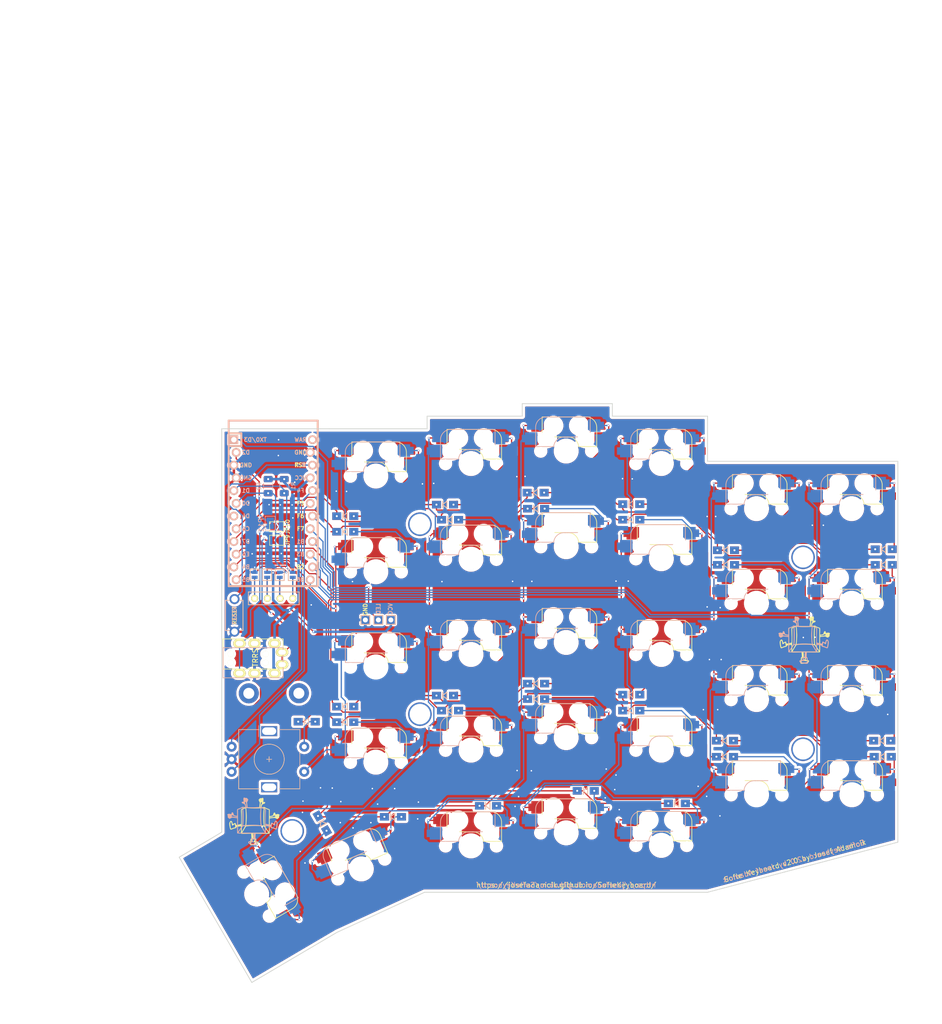
<source format=kicad_pcb>
(kicad_pcb (version 20221018) (generator pcbnew)
  (layers (0 "F.Cu" signal) (31 "B.Cu" signal) (34 "B.Paste" user) (35 "F.Paste" user) (36 "B.SilkS" user "B.Silkscreen") (37 "F.SilkS" user "F.Silkscreen") (38 "B.Mask" user) (39 "F.Mask" user) (44 "Edge.Cuts" user))
  (net 0 "")
  (net 1 "Net-(D1-Pad2)")
  (net 2 "row4")
  (net 3 "Net-(D2-Pad2)")
  (net 4 "Net-(D3-Pad2)")
  (net 5 "row0")
  (net 6 "Net-(D4-Pad2)")
  (net 7 "row1")
  (net 8 "Net-(D5-Pad2)")
  (net 9 "row2")
  (net 10 "Net-(D6-Pad2)")
  (net 11 "row3")
  (net 12 "Net-(D7-Pad2)")
  (net 13 "Net-(D8-Pad2)")
  (net 14 "Net-(D9-Pad2)")
  (net 15 "Net-(D10-Pad2)")
  (net 16 "Net-(D11-Pad2)")
  (net 17 "Net-(D12-Pad2)")
  (net 18 "Net-(D13-Pad2)")
  (net 19 "Net-(D14-Pad2)")
  (net 20 "Net-(D15-Pad2)")
  (net 21 "Net-(D16-Pad2)")
  (net 22 "Net-(D17-Pad2)")
  (net 23 "Net-(D18-Pad2)")
  (net 24 "Net-(D19-Pad2)")
  (net 25 "Net-(D20-Pad2)")
  (net 26 "Net-(D21-Pad2)")
  (net 27 "Net-(D22-Pad2)")
  (net 28 "Net-(D23-Pad2)")
  (net 29 "Net-(D24-Pad2)")
  (net 30 "Net-(D26-Pad2)")
  (net 31 "Net-(D27-Pad2)")
  (net 32 "Net-(D28-Pad2)")
  (net 33 "VCC")
  (net 34 "GND")
  (net 35 "col0")
  (net 36 "col1")
  (net 37 "col2")
  (net 38 "col3")
  (net 39 "col4")
  (net 40 "SDA")
  (net 41 "LED")
  (net 42 "SCL")
  (net 43 "RESET")
  (net 44 "Net-(D29-Pad2)")
  (net 45 "DATA")
  (net 46 "Net-(J3-Pad1)")
  (net 47 "Net-(J3-Pad2)")
  (net 48 "Net-(J3-Pad3)")
  (net 49 "Net-(J3-Pad4)")
  (net 50 "Net-(D30-Pad2)")
  (net 51 "SW25B")
  (net 52 "SW25A")
  (net 53 "ENCB")
  (net 54 "ENCA")
  (net 55 "/i2c_c")
  (net 56 "/i2c_d")
  (footprint "SofleKeyboard-footprint:HOLE_M2_TH" (layer "F.Cu") (at 129.3 59.6)
    (fp_text reference "TH3" hide)
    (fp_text value "HOLE" hide)
  )
  (footprint "SofleKeyboard-footprint:HOLE_M2_TH" (layer "F.Cu") (at 205.8 66.21)
    (fp_text reference "TH4" hide)
    (fp_text value "HOLE" hide)
  )
  (footprint "SofleKeyboard-footprint:HOLE_M2_TH" (layer "F.Cu") (at 205.8 104.51)
    (fp_text reference "TH6" hide)
    (fp_text value "HOLE" hide)
  )
  (footprint "SofleKeyboard-footprint:HOLE_M2_TH" (layer "F.Cu") (at 103.8 120.81 90)
    (fp_text reference "TH7" hide)
    (fp_text value "HOLE" hide)
  )
  (footprint "SofleKeyboard-footprint:ArduinoProMicro-ZigZag-DoubleSided" (layer "F.Cu") (at 100 56.71 -90)
    (fp_text reference "U1" hide)
    (fp_text value "ProMicro" hide)
  )
  (footprint "SofleKeyboard-footprint:Jumper" (layer "F.Cu") (at 103.9 69.7 90)
    (fp_text reference "JP1" hide)
    (fp_text value "Jumper_NO_Small" hide)
  )
  (footprint "SofleKeyboard-footprint:Jumper" (layer "F.Cu") (at 101.3 69.7 90)
    (fp_text reference "JP2" hide)
    (fp_text value "Jumper_NO_Small" hide)
  )
  (footprint "SofleKeyboard-footprint:Jumper" (layer "F.Cu") (at 98.8 69.7 90)
    (fp_text reference "JP3" hide)
    (fp_text value "Jumper_NO_Small" hide)
  )
  (footprint "SofleKeyboard-footprint:Diode_SOD123" (layer "F.Cu") (at 114.4 58)
    (fp_text reference "D1" hide)
    (fp_text value "D" hide)
  )
  (footprint "SofleKeyboard-footprint:Diode_SOD123" (layer "F.Cu") (at 134.3 55.7)
    (fp_text reference "D2" hide)
    (fp_text value "D" hide)
  )
  (footprint "SofleKeyboard-footprint:Diode_SOD123" (layer "F.Cu") (at 152.4 53.3)
    (fp_text reference "D3" hide)
    (fp_text value "D" hide)
  )
  (footprint "SofleKeyboard-footprint:Diode_SOD123" (layer "F.Cu") (at 171.5 55.6)
    (fp_text reference "D4" hide)
    (fp_text value "D" hide)
  )
  (footprint "SofleKeyboard-footprint:Diode_SOD123" (layer "F.Cu") (at 190.4 64.8)
    (fp_text reference "D5" hide)
    (fp_text value "D" hide)
  )
  (footprint "SofleKeyboard-footprint:Diode_SOD123" (layer "F.Cu") (at 221.9 64.6)
    (fp_text reference "D6" hide)
    (fp_text value "D" hide)
  )
  (footprint "SofleKeyboard-footprint:Diode_SOD123" (layer "F.Cu") (at 114.4 61.1)
    (fp_text reference "D7" hide)
    (fp_text value "D" hide)
  )
  (footprint "SofleKeyboard-footprint:Diode_SOD123" (layer "F.Cu") (at 135.3 58.7)
    (fp_text reference "D8" hide)
    (fp_text value "D" hide)
  )
  (footprint "SofleKeyboard-footprint:Diode_SOD123" (layer "F.Cu") (at 152.5 56.5)
    (fp_text reference "D9" hide)
    (fp_text value "D" hide)
  )
  (footprint "SofleKeyboard-footprint:Diode_SOD123" (layer "F.Cu") (at 171.5 58.7)
    (fp_text reference "D10" hide)
    (fp_text value "D" hide)
  )
  (footprint "SofleKeyboard-footprint:Diode_SOD123" (layer "F.Cu") (at 190.4 67.7)
    (fp_text reference "D11" hide)
    (fp_text value "D" hide)
  )
  (footprint "SofleKeyboard-footprint:Diode_SOD123" (layer "F.Cu") (at 221.9 67.7)
    (fp_text reference "D12" hide)
    (fp_text value "D" hide)
  )
  (footprint "SofleKeyboard-footprint:Diode_SOD123" (layer "F.Cu") (at 114.4 96)
    (fp_text reference "D13" hide)
    (fp_text value "D" hide)
  )
  (footprint "SofleKeyboard-footprint:Diode_SOD123" (layer "F.Cu") (at 134.3 93.8)
    (fp_text reference "D14" hide)
    (fp_text value "D" hide)
  )
  (footprint "SofleKeyboard-footprint:Diode_SOD123" (layer "F.Cu") (at 152.5 91.4)
    (fp_text reference "D15" hide)
    (fp_text value "D" hide)
  )
  (footprint "SofleKeyboard-footprint:Diode_SOD123" (layer "F.Cu") (at 171.5 93.6)
    (fp_text reference "D16" hide)
    (fp_text value "D" hide)
  )
  (footprint "SofleKeyboard-footprint:Diode_SOD123" (layer "F.Cu") (at 190.2 102.8)
    (fp_text reference "D17" hide)
    (fp_text value "D" hide)
  )
  (footprint "SofleKeyboard-footprint:Diode_SOD123" (layer "F.Cu") (at 221.6 102.8)
    (fp_text reference "D18" hide)
    (fp_text value "D" hide)
  )
  (footprint "SofleKeyboard-footprint:Diode_SOD123" (layer "F.Cu") (at 114.4 99.1)
    (fp_text reference "D19" hide)
    (fp_text value "D" hide)
  )
  (footprint "SofleKeyboard-footprint:Diode_SOD123" (layer "F.Cu") (at 135.3 96.8)
    (fp_text reference "D20" hide)
    (fp_text value "D" hide)
  )
  (footprint "SofleKeyboard-footprint:Diode_SOD123" (layer "F.Cu") (at 152.5 94.5)
    (fp_text reference "D21" hide)
    (fp_text value "D" hide)
  )
  (footprint "SofleKeyboard-footprint:Diode_SOD123" (layer "F.Cu") (at 171.5 96.8)
    (fp_text reference "D22" hide)
    (fp_text value "D" hide)
  )
  (footprint "SofleKeyboard-footprint:Diode_SOD123" (layer "F.Cu") (at 190.2 106)
    (fp_text reference "D23" hide)
    (fp_text value "D" hide)
  )
  (footprint "SofleKeyboard-footprint:Diode_SOD123" (layer "F.Cu") (at 221.7 106)
    (fp_text reference "D24" hide)
    (fp_text value "D" hide)
  )
  (footprint "SofleKeyboard-footprint:Diode_SOD123" (layer "F.Cu") (at 106.7 99.01)
    (fp_text reference "D25" hide)
    (fp_text value "D" hide)
  )
  (footprint "SofleKeyboard-footprint:Diode_SOD123" (layer "F.Cu") (at 109.8 119.3 -60)
    (fp_text reference "D26" hide)
    (fp_text value "D" hide)
  )
  (footprint "SofleKeyboard-footprint:Diode_SOD123" (layer "F.Cu") (at 123.9 118)
    (fp_text reference "D27" hide)
    (fp_text value "D" hide)
  )
  (footprint "SofleKeyboard-footprint:Diode_SOD123" (layer "F.Cu") (at 142.9 115.8)
    (fp_text reference "D28" hide)
    (fp_text value "D" hide)
  )
  (footprint "SofleKeyboard-footprint:Diode_SOD123" (layer "F.Cu") (at 162.4 112.81)
    (fp_text reference "D29" hide)
    (fp_text value "D" hide)
  )
  (footprint "SofleKeyboard-footprint:CherryMX_Hotswap" (layer "F.Cu") (at 120.5 50)
    (fp_text reference "SW1" hide)
    (fp_text value "SW_PUSH" hide)
  )
  (footprint "SofleKeyboard-footprint:CherryMX_Hotswap" (layer "F.Cu") (at 120.5 69.1)
    (fp_text reference "SW7" hide)
    (fp_text value "SW_PUSH" hide)
  )
  (footprint "SofleKeyboard-footprint:CherryMX_Hotswap" (layer "F.Cu") (at 120.5 88.1)
    (fp_text reference "SW13" hide)
    (fp_text value "SW_PUSH" hide)
  )
  (footprint "SofleKeyboard-footprint:CherryMX_Hotswap" (layer "F.Cu") (at 120.5 107.1)
    (fp_text reference "SW19" hide)
    (fp_text value "SW_PUSH" hide)
  )
  (footprint "SofleKeyboard-footprint:CherryMX_Hotswap_1.5" (layer "F.Cu") (at 96.7 133.41 -60)
    (fp_text reference "SW26" hide)
    (fp_text value "SW_PUSH" hide)
  )
  (footprint "SofleKeyboard-footprint:CherryMX_Hotswap" (layer "F.Cu") (at 117.6 128.4 23)
    (fp_text reference "SW27" hide)
    (fp_text value "SW_PUSH" hide)
  )
  (footprint "SofleKeyboard-footprint:CherryMX_Hotswap" (layer "F.Cu") (at 139.5 123.8)
    (fp_text reference "SW28" hide)
    (fp_text value "SW_PUSH" hide)
  )
  (footprint "SofleKeyboard-footprint:CherryMX_Hotswap" (layer "F.Cu") (at 158.5 121.2)
    (fp_text reference "SW29" hide)
    (fp_text value "SW_PUSH" hide)
  )
  (footprint "SofleKeyboard-footprint:M2_HOLE_PCB" (layer "F.Cu") (at 95.13 93.352)
    (fp_text reference "TH1" hide)
    (fp_text value "HOLE")
  )
  (footprint "SofleKeyboard-footprint:Jumper" (layer "F.Cu") (at 96.3 69.7 90)
    (fp_text reference "JP4" hide)
    (fp_text value "Jumper_NO_Small" hide)
  )
  (footprint "SofleKeyboard-footprint:LED" (layer "F.Cu") (at 123.5 78.71 -90)
    (fp_text reference "J1" hide)
    (fp_text value "LED" hide)
  )
  (footprint "SofleKeyboard-footprint:OLED_4Pin" (layer "F.Cu") (at 96.3 74.41)
    (fp_text reference "J3" hide)
    (fp_text value "OLED" hide)
  )
  (footprint "SofleKeyboard-footprint:Diode_SOD123" (layer "F.Cu") (at 180.6 115.31)
    (fp_text reference "D30" hide)
    (fp_text value "D" hide)
  )
  (footprint "SofleKeyboard-footprint:M2_HOLE_PCB" (layer "F.Cu") (at 105.13 93.336)
    (fp_text reference "TH2" hide)
    (fp_text value "HOLE")
  )
  (footprint "SofleKeyboard-footprint:CherryMX_Hotswap" (layer "F.Cu") (at 139.5 85.6)
    (fp_text reference "SW14" hide)
    (fp_text value "SW_PUSH" hide)
  )
  (footprint "SofleKeyboard-footprint:CherryMX_Hotswap" (layer "F.Cu") (at 139.5 104.7)
    (fp_text reference "SW20" hide)
    (fp_text value "SW_PUSH" hide)
  )
  (footprint "SofleKeyboard-footprint:CherryMX_Hotswap" (layer "F.Cu") (at 139.5 66.6)
    (fp_text reference "SW8" hide)
    (fp_text value "SW_PUSH" hide)
  )
  (footprint "SofleKeyboard-footprint:CherryMX_Hotswap" (layer "F.Cu") (at 139.5 47.5)
    (fp_text reference "SW2" hide)
    (fp_text value "SW_PUSH" hide)
  )
  (footprint "SofleKeyboard-footprint:CherryMX_Hotswap" (layer "F.Cu") (at 158.5 83.2)
    (fp_text reference "SW15" hide)
    (fp_text value "SW_PUSH" hide)
  )
  (footprint "SofleKeyboard-footprint:CherryMX_Hotswap" (layer "F.Cu") (at 158.5 45.01)
    (fp_text reference "SW3" hide)
    (fp_text value "SW_PUSH" hide)
  )
  (footprint "SofleKeyboard-footprint:CherryMX_Hotswap" (layer "F.Cu") (at 158.5 64.1)
    (fp_text reference "SW9" hide)
    (fp_text value "SW_PUSH" hide)
  )
  (footprint "SofleKeyboard-footprint:CherryMX_Hotswap" (layer "F.Cu") (at 158.5 102.2)
    (fp_text reference "SW21" hide)
    (fp_text value "SW_PUSH" hide)
  )
  (footprint "SofleKeyboard-footprint:CherryMX_Hotswap" (layer "F.Cu") (at 177.5 104.7)
    (fp_text reference "SW22" hide)
    (fp_text value "SW_PUSH" hide)
  )
  (footprint "SofleKeyboard-footprint:CherryMX_Hotswap" (layer "F.Cu") (at 177.5 66.5)
    (fp_text reference "SW10" hide)
    (fp_text value "SW_PUSH" hide)
  )
  (footprint "SofleKeyboard-footprint:CherryMX_Hotswap" (layer "F.Cu") (at 177.5 123.7)
    (fp_text reference "SW30" hide)
    (fp_text value "SW_PUSH" hide)
  )
  (footprint "SofleKeyboard-footprint:CherryMX_Hotswap" (layer "F.Cu") (at 177.5 85.6)
    (fp_text reference "SW16" hide)
    (fp_text value "SW_PUSH" hide)
  )
  (footprint "SofleKeyboard-footprint:CherryMX_Hotswap" (layer "F.Cu") (at 177.5 47.5)
    (fp_text reference "SW4" hide)
    (fp_text value "SW_PUSH" hide)
  )
  (footprint "SofleKeyboard-footprint:CherryMX_Hotswap" (layer "F.Cu") (at 196.5 56.5)
    (fp_text reference "SW5" hide)
    (fp_text value "SW_PUSH" hide)
  )
  (footprint "SofleKeyboard-footprint:CherryMX_Hotswap" (layer "F.Cu") (at 196.5 113.6)
    (fp_text reference "SW23" hide)
    (fp_text value "SW_PUSH" hide)
  )
  (footprint "SofleKeyboard-footprint:CherryMX_Hotswap" (layer "F.Cu") (at 215.5 94.6)
    (fp_text reference "SW18" hide)
    (fp_text value "SW_PUSH" hide)
  )
  (footprint "SofleKeyboard-footprint:CherryMX_Hotswap" (layer "F.Cu") (at 215.55 113.6)
    (fp_text reference "SW24" hide)
    (fp_text value "SW_PUSH" hide)
  )
  (footprint "SofleKeyboard-footprint:CherryMX_Hotswap" (layer "F.Cu") (at 215.5 56.5)
    (fp_text reference "SW6" hide)
    (fp_text value "SW_PUSH" hide)
  )
  (footprint "SofleKeyboard-footprint:CherryMX_Hotswap" (layer "F.Cu") (at 215.5 75.4)
    (fp_text reference "SW12" hide)
    (fp_text value "SW_PUSH" hide)
  )
  (footprint "SofleKeyboard-footprint:CherryMX_Hotswap" (layer "F.Cu") (at 196.5 94.6)
    (fp_text reference "SW17" hide)
    (fp_text value "SW_PUSH" hide)
  )
  (footprint "SofleKeyboard-footprint:CherryMX_Hotswap" (layer "F.Cu") (at 196.5 75.4)
    (fp_text reference "SW11" hide)
    (fp_text value "SW_PUSH" hide)
  )
  (footprint "SofleKeyboard-footprint:HOLE_M2_TH" (layer "F.Cu") (at 129.3 97.51)
    (fp_text reference "TH5" hide)
    (fp_text value "HOLE" hide)
  )
  (footprint "SofleKeyboard-footprint:RotaryEncoder_Alps_EC11E-Switch_Vertical_H20mm-keebio_modified" (layer "F.Cu") (at 99.2 106.5)
    (fp_text reference "SW25" hide)
    (fp_text value "Rotary_Encoder_Switch")
  )
  (footprint "SofleKeyboard-footprint:MJ-4PP-9" (layer "F.Cu") (at 89.98 85.502 90)
    (fp_text reference "J2")
    (fp_text value "4PIN" hide)
  )
  (footprint "Jumper:SolderJumper-2_P1.3mm_Open_TrianglePad1.0x1.5mm" (layer "F.Cu") (at 100.7 62.81 180)
    (fp_text reference "JP9")
    (fp_text value "I2CSCL")
  )
  (footprint "Jumper:SolderJumper-2_P1.3mm_Open_TrianglePad1.0x1.5mm" (layer "F.Cu") (at 100.675 60.11)
    (fp_text reference "JP10")
    (fp_text value "IC2SDA")
  )
  (footprint "SofleKeyboard-footprint:TACT_SWITCH_TVBP06" (layer "F.Cu") (at 92.28 77.802 90)
    (fp_text reference "RSW1" hide)
    (fp_text value "SW_RST" hide)
  )
  (footprint "SofleKeyboard-footprint:SofleLogoSmall" (layer "F.Cu") (at 96.88 125.952)
    (fp_text reference "Ref**" hide)
    (fp_text value "Val**" hide)
  )
  (footprint "SofleKeyboard-footprint:SofleLogoSmall" (layer "F.Cu") (at 206.78 89.752)
    (fp_text reference "Ref**" hide)
    (fp_text value "Val**" hide)
  )
  (footprint "SofleKeyboard-footprint:R_1206_DoubleSided" (layer "B.Cu") (at 102.2 52.01 -90)
    (fp_text reference "R1")
    (fp_text value "R")
  )
  (footprint "SofleKeyboard-footprint:R_1206_DoubleSided" (layer "B.Cu") (at 99 52.01 -90)
    (fp_text reference "R2")
    (fp_text value "R")
  )
  (footprint "SofleKeyboard-footprint:Jumper" (layer "B.Cu") (at 101.3 69.7 90)
    (fp_text reference "JP6" hide)
    (fp_text value "Jumper_NO_Small" hide)
  )
  (footprint "SofleKeyboard-footprint:Jumper" (layer "B.Cu") (at 98.8 69.7 90)
    (fp_text reference "JP7" hide)
    (fp_text value "Jumper_NO_Small" hide)
  )
  (footprint "SofleKeyboard-footprint:Jumper" (layer "B.Cu") (at 96.3 69.7 90)
    (fp_text reference "JP8" hide)
    (fp_text value "Jumper_NO_Small" hide)
  )
  (footprint "SofleKeyboard-footprint:Jumper" (layer "B.Cu") (at 103.9 69.7 90)
    (fp_text reference "JP5" hide)
    (fp_text value "Jumper_NO_Small" hide)
  )
  (footprint "Jumper:SolderJumper-2_P1.3mm_Bridged2Bar_Pad1.0x1.5mm" (layer "B.Cu") (at 99.4 59.41 -90)
    (fp_text reference "JP11")
    (fp_text value "Serial")
  )
  (footprint "SofleKeyboard-footprint:SofleLogoSmall" (layer "B.Cu") (at 95.23 125.902 180)
    (fp_text reference "Ref**" hide)
    (fp_text value "Val**" hide)
  )
  (footprint "SofleKeyboard-footprint:SofleLogoSmall" (layer "B.Cu") (at 205.28 89.752 180)
    (fp_text reference "Ref**" hide)
    (fp_text value "Val**" hide)
  )
  (gr_line (start 95.73 151.052) (end 112.73 141.052) (stroke (width 0.15)) (layer "Edge.Cuts"))
  (gr_line (start 224.73 123.052) (end 224.73 47.052) (stroke (width 0.15)) (layer "Edge.Cuts"))
  (gr_line (start 130.23 133.052) (end 186.73 133.052) (stroke (width 0.15)) (layer "Edge.Cuts"))
  (gr_line (start 149.73 38.052) (end 130.73 38.052) (stroke (width 0.15)) (layer "Edge.Cuts"))
  (gr_line (start 167.73 38.052) (end 167.73 35.552) (stroke (width 0.15)) (layer "Edge.Cuts"))
  (gr_line (start 89.73 100.552) (end 89.73 121.052) (stroke (width 0.15)) (layer "Edge.Cuts"))
  (gr_line (start 130.73 38.052) (end 130.73 40.552) (stroke (width 0.15)) (layer "Edge.Cuts"))
  (gr_line (start 89.73 99.94) (end 89.73 100.552) (stroke (width 0.15)) (layer "Edge.Cuts"))
  (gr_line (start 130.73 40.552) (end 111.23 40.552) (stroke (width 0.15)) (layer "Edge.Cuts"))
  (gr_line (start 87.23 122.552) (end 81.23 126.052) (stroke (width 0.15)) (layer "Edge.Cuts"))
  (gr_line (start 186.73 133.052) (end 224.73 123.052) (stroke (width 0.15)) (layer "Edge.Cuts"))
  (gr_line (start 112.73 141.052) (end 130.23 133.052) (stroke (width 0.15)) (layer "Edge.Cuts"))
  (gr_line (start 89.73 40.552) (end 89.73 99.94) (stroke (width 0.15)) (layer "Edge.Cuts"))
  (gr_line (start 167.73 35.552) (end 149.73 35.552) (stroke (width 0.15)) (layer "Edge.Cuts"))
  (gr_line (start 89.73 121.052) (end 87.23 122.552) (stroke (width 0.15)) (layer "Edge.Cuts"))
  (gr_line (start 81.23 126.052) (end 95.73 151.052) (stroke (width 0.15)) (layer "Edge.Cuts"))
  (gr_line (start 224.73 47.052) (end 186.73 47.052) (stroke (width 0.15)) (layer "Edge.Cuts"))
  (gr_line (start 149.73 35.552) (end 149.73 38.052) (stroke (width 0.15)) (layer "Edge.Cuts"))
  (gr_line (start 186.73 38.052) (end 167.73 38.052) (stroke (width 0.15)) (layer "Edge.Cuts"))
  (gr_line (start 186.73 47.052) (end 186.73 38.052) (stroke (width 0.15)) (layer "Edge.Cuts"))
  (gr_line (start 111.23 40.552) (end 89.73 40.552) (stroke (width 0.15)) (layer "Edge.Cuts"))
  (gr_text "Sofle Keyboard v2.0 by Josef Adamcik" (at 203.93 126.852 15) (layer "B.SilkS") (effects (font (size 1 1)) (justify mirror)))
  (gr_text "https://josefadamcik.github.io/SofleKeyboard/" (at 158.48 131.602) (layer "B.SilkS") (effects (font (size 1 1)) (justify mirror)))
  (gr_text "Sofle Keyboard v2.0 by Josef Adamcik" (at 204.18 126.802 15) (layer "F.SilkS") (effects (font (size 1 1))))
  (gr_text "https://josefadamcik.github.io/SofleKeyboard/" (at 158.53 131.602) (layer "F.SilkS") (effects (font (size 1 1))))
  (segment (start 129 48.319002) (end 129 48.25) (width 0.25) (layer "F.Cu") (net 1))
  (segment (start 119.319002 58) (end 129 48.319002) (width 0.25) (layer "F.Cu") (net 1))
  (segment (start 116.1 58) (end 119.319002 58) (width 0.25) (layer "F.Cu") (net 1))
  (segment (start 129 47.5) (end 129 44.91) (width 0.25) (layer "F.Cu") (net 1))
  (segment (start 129 48.25) (end 129 47.5) (width 0.25) (layer "F.Cu") (net 1))
  (via (at 129 44.91) (size 0.4) (drill 0.3) (layers "F.Cu" "B.Cu") (net 1))
  (segment (start 128.99 44.9) (end 129 44.91) (width 0.25) (layer "B.Cu") (net 1))
  (segment (start 127.7 44.9) (end 128.99 44.9) (width 0.25) (layer "B.Cu") (net 1))
  (segment (start 110.7 94.46) (end 110.7 94.01) (width 0.25) (layer "F.Cu") (net 2))
  (segment (start 92.6086 70.68) (end 96.438566 66.850034) (width 0.25) (layer "F.Cu") (net 2))
  (segment (start 110.6 88.674999) (end 110.825001 88.9) (width 0.25) (layer "F.Cu") (net 2))
  (segment (start 122.35 118) (end 122.2 118) (width 0.25) (layer "F.Cu") (net 2))
  (segment (start 160.7 112.81) (end 161.85 112.81) (width 0.25) (layer "F.Cu") (net 2))
  (segment (start 96.438566 66.850034) (end 103.063218 66.850034) (width 0.25) (layer "F.Cu") (net 2))
  (segment (start 141.35 115.8) (end 141.2 115.8) (width 0.25) (layer "F.Cu") (net 2))
  (segment (start 108.95 117.827757) (end 110.825001 115.952756) (width 0.25) (layer "F.Cu") (net 2))
  (segment (start 145.34 112.81) (end 160.7 112.81) (width 0.25) (layer "F.Cu") (net 2))
  (segment (start 106.190099 71.256625) (end 110.6 75.666526) (width 0.25) (layer "F.Cu") (net 2))
  (segment (start 164.35 115.31) (end 178.9 115.31) (width 0.25) (layer "F.Cu") (net 2))
  (segment (start 110.6 75.572) (end 110.6 75.932) (width 0.25) (layer "F.Cu") (net 2))
  (segment (start 105 99.01) (end 106.15 99.01) (width 0.25) (layer "F.Cu") (net 2))
  (segment (start 110.7 96.86) (end 110.7 94.01) (width 0.25) (layer "F.Cu") (net 2))
  (segment (start 141.2 115.8) (end 142.35 115.8) (width 0.25) (layer "F.Cu") (net 2))
  (segment (start 110.825001 115.952756) (end 110.7 96.86) (width 0.25) (layer "F.Cu") (net 2))
  (segment (start 161.85 112.81) (end 164.35 115.31) (width 0.25) (layer "F.Cu") (net 2))
  (segment (start 110.7 94.01) (end 110.825001 88.9) (width 0.25) (layer "F.Cu") (net 2))
  (segment (start 124.55 115.8) (end 122.35 118) (width 0.25) (layer "F.Cu") (net 2))
  (segment (start 142.35 115.8) (end 145.34 112.81) (width 0.25) (layer "F.Cu") (net 2))
  (segment (start 109.122243 118) (end 108.95 117.827757) (width 0.25) (layer "F.Cu") (net 2))
  (segment (start 122.2 118) (end 109.122243 118) (width 0.25) (layer "F.Cu") (net 2))
  (segment (start 106.15 99.01) (end 108.3 96.86) (width 0.25) (layer "F.Cu") (net 2))
  (segment (start 110.825001 88.9) (end 110.825001 88.825001) (width 0.25) (layer "F.Cu") (net 2))
  (segment (start 106.190099 69.976915) (end 106.190099 71.256625) (width 0.25) (layer "F.Cu") (net 2))
  (segment (start 110.6 75.932) (end 110.6 88.674999) (width 0.25) (layer "F.Cu") (net 2))
  (segment (start 108.3 96.86) (end 110.7 96.86) (width 0.25) (layer "F.Cu") (net 2))
  (segment (start 141.2 115.8) (end 124.55 115.8) (width 0.25) (layer "F.Cu") (net 2))
  (segment (start 110.6 75.666526) (end 110.6 75.932) (width 0.25) (layer "F.Cu") (net 2))
  (segment (start 103.063218 66.850034) (end 106.190099 69.976915) (width 0.25) (layer "F.Cu") (net 2))
  (segment (start 138.119002 55.7) (end 148 45.819002) (width 0.25) (layer "F.Cu") (net 3))
  (segment (start 148 45.819002) (end 148 45.75) (width 0.25) (layer "F.Cu") (net 3))
  (segment (start 136 55.7) (end 138.119002 55.7) (width 0.25) (layer "F.Cu") (net 3))
  (segment (start 136.7 55) (end 136 55.7) (width 0.25) (layer "F.Cu") (net 3))
  (segment (start 147.6 42.5) (end 147.6 43.86) (width 0.25) (layer "F.Cu") (net 3))
  (segment (start 147.6 43.86) (end 146.4 45.06) (width 0.25) (layer "F.Cu") (net 3))
  (segment (start 148 45.1) (end 146.44 45.1) (width 0.25) (layer "F.Cu") (net 3))
  (segment (start 146.44 45.1) (end 146.4 45.06) (width 0.25) (layer "F.Cu") (net 3))
  (segment (start 148 45.75) (end 148 45) (width 0.25) (layer "F.Cu") (net 3))
  (via (at 147.6 42.5) (size 0.4) (drill 0.3) (layers "F.Cu" "B.Cu") (net 3))
  (segment (start 146.7 42.5) (end 147.6 42.5) (width 0.25) (layer "B.Cu") (net 3))
  (segment (start 145.1 42.52) (end 146.68 42.52) (width 0.25) (layer "B.Cu") (net 3))
  (segment (start 146.68 42.52) (end 146.7 42.5) (width 0.25) (layer "B.Cu") (net 3))
  (segment (start 167 43.26) (end 167 42.51) (width 0.25) (layer "F.Cu") (net 4))
  (segment (start 167 43.329002) (end 167 43.26) (width 0.25) (layer "F.Cu") (net 4))
  (segment (start 167 40.01) (end 166.9 39.91) (width 0.25) (layer "F.Cu") (net 4))
  (segment (start 154.1 53.3) (end 157.029002 53.3) (width 0.25) (layer "F.Cu") (net 4))
  (segment (start 157.029002 53.3) (end 167 43.329002) (width 0.25) (layer "F.Cu") (net 4))
  (segment (start 167 42.51) (end 167 40.01) (width 0.25) (layer "F.Cu") (net 4))
  (via (at 166.9 39.91) (size 0.4) (drill 0.3) (layers "F.Cu" "B.Cu") (net 4))
  (segment (start 165.7 39.91) (end 166.9 39.91) (width 0.25) (layer "B.Cu") (net 4))
  (segment (start 132.675001 56.775001) (end 148.224999 56.775001) (width 0.25) (layer "F.Cu") (net 5))
  (segment (start 153.524989 54.974989) (end 168.024989 54.974989) (width 0.25) (layer "F.Cu") (net 5))
  (segment (start 150.7 53.3) (end 151.85 53.3) (width 0.25) (layer "F.Cu") (net 5))
  (segment (start 182.688402 57.17499) (end 188.7 63.186588) (width 0.25) (layer "F.Cu") (net 5))
  (segment (start 188.7 64.8) (end 189.85 64.8) (width 0.25) (layer "F.Cu") (net 5))
  (segment (start 170.37499 57.17499) (end 182.688402 57.17499) (width 0.25) (layer "F.Cu") (net 5))
  (segment (start 190.925001 65.875001) (end 201.391587 65.875001) (width 0.25) (layer "F.Cu") (net 5))
  (segment (start 204.281599 62.984989) (end 207.4114 62.98499) (width 0.25) (layer "F.Cu") (net 5))
  (segment (start 209.02641 64.6) (end 220.2 64.6) (width 0.25) (layer "F.Cu") (net 5))
  (segment (start 189.85 64.8) (end 190.925001 65.875001) (width 0.25) (layer "F.Cu") (net 5))
  (segment (start 169.8 55.6) (end 169.8 56.6) (width 0.25) (layer "F.Cu") (net 5))
  (segment (start 169.8 56.6) (end 170.37499 57.17499) (width 0.25) (layer "F.Cu") (net 5))
  (segment (start 106.190099 54.863375) (end 106.814775 54.238699) (width 0.25) (layer "F.Cu") (net 5))
  (segment (start 113.925001 59.075001) (end 112.85 58) (width 0.25) (layer "F.Cu") (net 5))
  (segment (start 201.391587 65.875001) (end 204.281599 62.984989) (width 0.25) (layer "F.Cu") (net 5))
  (segment (start 188.7 63.186588) (end 188.7 64.8) (width 0.25) (layer "F.Cu") (net 5))
  (segment (start 109.938699 54.238699) (end 112.7 57) (width 0.25) (layer "F.Cu") (net 5))
  (segment (start 170 55.6) (end 169.8 55.6) (width 0.25) (layer "F.Cu") (net 5))
  (segment (start 188.9 64.8) (end 188.7 64.8) (width 0.25) (layer "F.Cu") (net 5))
  (segment (start 92.6086 60.52) (end 98.265225 54.863375) (width 0.25) (layer "F.Cu") (net 5))
  (segment (start 120.026001 59.075001) (end 113.925001 59.075001) (width 0.25) (layer "F.Cu") (net 5))
  (segment (start 132.75 55.7) (end 132.6 55.7) (width 0.25) (layer "F.Cu") (net 5))
  (segment (start 150.85 53.3) (end 150.7 53.3) (width 0.25) (layer "F.Cu") (net 5))
  (segment (start 112.85 58) (end 112.7 58) (width 0.25) (layer "F.Cu") (net 5))
  (segment (start 106.814775 54.238699) (end 109.938699 54.238699) (width 0.25) (layer "F.Cu") (net 5))
  (segment (start 112.7 57) (end 112.7 58) (width 0.25) (layer "F.Cu") (net 5))
  (segment (start 150.7 54.3) (end 150.7 53.3) (width 0.25) (layer "F.Cu") (net 5))
  (segment (start 123.401002 55.7) (end 120.026001 59.075001) (width 0.25) (layer "F.Cu") (net 5))
  (segment (start 132.6 55.7) (end 123.401002 55.7) (width 0.25) (layer "F.Cu") (net 5))
  (segment (start 132.6 55.7) (end 132.6 56.7) (width 0.25) (layer "F.Cu") (net 5))
  (segment (start 207.4114 62.98499) (end 209.02641 64.6) (width 0.25) (layer "F.Cu") (net 5))
  (segment (start 98.265225 54.863375) (end 106.190099 54.863375) (width 0.25) (layer "F.Cu") (net 5))
  (segment (start 151.85 53.3) (end 153.524989 54.974989) (width 0.25) (layer "F.Cu") (net 5))
  (segment (start 168.65 55.6) (end 169.8 55.6) (width 0.25) (layer "F.Cu") (net 5))
  (segment (start 148.224999 56.775001) (end 150.7 54.3) (width 0.25) (layer "F.Cu") (net 5))
  (segment (start 168.024989 54.974989) (end 168.65 55.6) (width 0.25) (layer "F.Cu") (net 5))
  (segment (start 132.6 56.7) (end 132.675001 56.775001) (width 0.25) (layer "F.Cu") (net 5))
  (segment (start 186 45.75) (end 186 45) (width 0.25) (layer "F.Cu") (net 6))
  (segment (start 176.219002 55.6) (end 186 45.819002) (width 0.25) (layer "F.Cu") (net 6))
  (segment (start 173.2 55.6) (end 176.219002 55.6) (width 0.25) (layer "F.Cu") (net 6))
  (segment (start 186 45.819002) (end 186 45.75) (width 0.25) (layer "F.Cu") (net 6))
  (segment (start 186 42.41) (end 186 45) (width 0.25) (layer "F.Cu") (net 6))
  (via (at 186 42.41) (size 0.4) (drill 0.3) (layers "F.Cu" "B.Cu") (net 6))
  (segment (start 185.99 42.4) (end 186 42.41) (width 0.25) (layer "B.Cu") (net 6))
  (segment (start 184.7 42.4) (end 185.99 42.4) (width 0.25) (layer "B.Cu") (net 6))
  (segment (start 188.7 67.7) (end 189.85 67.7) (width 0.25) (layer "F.Cu") (net 7))
  (segment (start 149.65 56.5) (end 150.8 56.5) (width 0.25) (layer "F.Cu") (net 7))
  (segment (start 165.374999 55.424999) (end 168.65 58.7) (width 0.25) (layer "F.Cu") (net 7))
  (segment (start 204.467999 63.434999) (end 207.224999 63.434999) (width 0.25) (layer "F.Cu") (net 7))
  (segment (start 119.712413 60.024999) (end 113.925001 60.024999) (width 0.25) (layer "F.Cu") (net 7))
  (segment (start 123.237412 56.5) (end 119.712413 60.024999) (width 0.25) (layer "F.Cu") (net 7))
  (segment (start 191.04 66.51) (end 201.392998 66.51) (width 0.25) (layer "F.Cu") (net 7))
  (segment (start 201.392998 66.51) (end 204.467999 63.434999) (width 0.25) (layer "F.Cu") (net 7))
  (segment (start 187.474999 62.597997) (end 187.474999 67.624999) (width 0.25) (layer "F.Cu") (net 7))
  (segment (start 98.127827 56.778699) (end 108.378699 56.778699) (width 0.25) (layer "F.Cu") (net 7))
  (segment (start 112.55 61.1) (end 112.7 61.1) (width 0.25) (layer "F.Cu") (net 7))
  (segment (start 151.95 56.5) (end 153.025001 55.424999) (width 0.25) (layer "F.Cu") (net 7))
  (segment (start 111.55 61.1) (end 112.7 61.1) (width 0.25) (layer "F.Cu") (net 7))
  (segment (start 189.85 67.7) (end 191.04 66.51) (width 0.25) (layer "F.Cu") (net 7))
  (segment (start 133.3 58.7) (end 131.1 56.5) (width 0.25) (layer "F.Cu") (net 7))
  (segment (start 150.95 56.5) (end 150.8 56.5) (width 0.25) (layer "F.Cu") (net 7))
  (segment (start 113.925001 60.024999) (end 112.85 61.1) (width 0.25) (layer "F.Cu") (net 7))
  (segment (start 133.6 58.7) (end 133.3 58.7) (width 0.25) (layer "F.Cu") (net 7))
  (segment (start 92.1514 63.06) (end 92.1514 62.755126) (width 0.25) (layer "F.Cu") (net 7))
  (segment (start 207.224999 63.434999) (end 211.49 67.7) (width 0.25) (layer "F.Cu") (net 7))
  (segment (start 150.8 56.5) (end 151.95 56.5) (width 0.25) (layer "F.Cu") (net 7))
  (segment (start 170.95 58.7) (end 172.025001 57.624999) (width 0.25) (layer "F.Cu") (net 7))
  (segment (start 172.025001 57.624999) (end 182.502001 57.624999) (width 0.25) (layer "F.Cu") (net 7))
  (segment (start 187.474999 67.624999) (end 187.55 67.7) (width 0.25) (layer "F.Cu") (net 7))
  (segment (start 133.6 57.7) (end 134.074989 57.225011) (width 0.25) (layer "F.Cu") (net 7))
  (segment (start 168.65 58.7) (end 169.8 58.7) (width 0.25) (layer "F.Cu") (net 7))
  (segment (start 133.6 58.7) (end 133.6 57.7) (width 0.25) (layer "F.Cu") (net 7))
  (segment (start 111.55 60.1) (end 112.55 61.1) (width 0.25) (layer "F.Cu") (net 7))
  (segment (start 148.924989 57.225011) (end 149.65 56.5) (width 0.25) (layer "F.Cu") (net 7))
  (segment (start 134.074989 57.225011) (end 148.924989 57.225011) (width 0.25) (layer "F.Cu") (net 7))
  (segment (start 170 58.7) (end 169.8 58.7) (width 0.25) (layer "F.Cu") (net 7))
  (segment (start 92.1514 62.755126) (end 98.127827 56.778699) (width 0.25) (layer "F.Cu") (net 7))
  (segment (start 153.025001 55.424999) (end 165.374999 55.424999) (width 0.25) (layer "F.Cu") (net 7))
  (segment (start 131.1 56.5) (end 123.237412 56.5) (width 0.25) (layer "F.Cu") (net 7))
  (segment (start 108.378699 56.778699) (end 111.55 59.95) (width 0.25) (layer "F.Cu") (net 7))
  (segment (start 112.85 61.1) (end 112.7 61.1) (width 0.25) (layer "F.Cu") (net 7))
  (segment (start 182.502001 57.624999) (end 187.474999 62.597997) (width 0.25) (layer "F.Cu") (net 7))
  (segment (start 169.8 58.7) (end 170.95 58.7) (width 0.25) (layer "F.Cu") (net 7))
  (segment (start 187.55 67.7) (end 188.7 67.7) (width 0.25) (layer "F.Cu") (net 7))
  (segment (start 211.49 67.7) (end 220.2 67.7) (width 0.25) (layer "F.Cu") (net 7))
  (segment (start 111.55 59.95) (end 111.55 60.1) (width 0.25) (layer "F.Cu") (net 7))
  (segment (start 150.8 56.5) (end 150.6 56.7) (width 0.25) (layer "F.Cu") (net 7))
  (segment (start 133.75 58.7) (end 133.6 58.7) (width 0.25) (layer "F.Cu") (net 7))
  (segment (start 195.019002 64.8) (end 205 54.819002) (width 0.25) (layer "F.Cu") (net 8))
  (segment (start 205 54.819002) (end 205 54.75) (width 0.25) (layer "F.Cu") (net 8))
  (segment (start 192.1 64.8) (end 195.019002 64.8) (width 0.25) (layer "F.Cu") (net 8))
  (segment (start 205 54) (end 205 51.41) (width 0.25) (layer "F.Cu") (net 8))
  (segment (start 205 54.75) (end 205 54) (width 0.25) (layer "F.Cu") (net 8))
  (via (at 205 51.41) (size 0.4) (drill 0.3) (layers "F.Cu" "B.Cu") (net 8))
  (segment (start 203.71 51.41) (end 203.7 51.4) (width 0.25) (layer "B.Cu") (net 8))
  (segment (start 205 51.41) (end 203.71 51.41) (width 0.25) (layer "B.Cu") (net 8))
  (segment (start 123.6 93.8) (end 120.3 97.1) (width 0.25) (layer "F.Cu") (net 9))
  (segment (start 111.500021 75.090977) (end 112.000022 74.590976) (width 0.25) (layer "F.Cu") (net 9))
  (segment (start 168.65 93.6) (end 169.8 93.6) (width 0.25) (layer "F.Cu") (net 9))
  (segment (start 112.7 96) (end 111.8 95.1) (width 0.25) (layer "F.Cu") (net 9))
  (segment (start 111.8 95.1) (end 111.8 87.2) (width 0.25) (layer "F.Cu") (net 9))
  (segment (start 113.9 97.1) (end 112.8 96) (width 0.25) (layer "F.Cu") (net 9))
  (segment (start 112.8 96) (end 112.7 96) (width 0.25) (layer "F.Cu") (net 9))
  (segment (start 170 93.6) (end 169.8 93.6) (width 0.25) (layer "F.Cu") (net 9))
  (segment (start 151.95 91.4) (end 153.524989 92.974989) (width 0.25) (layer "F.Cu") (net 9))
  (segment (start 168.024989 92.974989) (end 168.65 93.6) (width 0.25) (layer "F.Cu") (net 9))
  (segment (start 147.05 94.9) (end 133.85 94.9) (width 0.25) (layer "F.Cu") (net 9))
  (segment (start 111.8 87.2) (end 111.500021 86.900021) (width 0.25) (layer "F.Cu") (net 9))
  (segment (start 93.68 64.552) (end 93.809901 64.398699) (width 0.25) (layer "F.Cu") (net 9))
  (segment (start 107.968025 64.398699) (end 93.833301 64.398699) (width 0.25) (layer "F.Cu") (net 9))
  (segment (start 169.8 94.6) (end 170.474989 95.274989) (width 0.25) (layer "F.Cu") (net 9))
  (segment (start 132.75 93.8) (end 132.6 93.8) (width 0.25) (layer "F.Cu") (net 9))
  (segment (start 189.65 102.8) (end 190.725001 103.875001) (width 0.25) (layer "F.Cu") (net 9))
  (segment (start 150.8 91.4) (end 151.95 91.4) (width 0.25) (layer "F.Cu") (net 9))
  (segment (start 111.500021 86.900021) (end 111.500021 75.090977) (width 0.25) (layer "F.Cu") (net 9))
  (segment (start 188.5 102.8) (end 189.65 102.8) (width 0.25) (layer "F.Cu") (net 9))
  (segment (start 112.000022 72.37413) (end 112 72.374108) (width 0.25) (layer "F.Cu") (net 9))
  (segment (start 120.3 97.1) (end 113.9 97.1) (width 0.25) (layer "F.Cu") (net 9))
  (segment (start 208.92641 102.8) (end 219.9 102.8) (width 0.25) (layer "F.Cu") (net 9))
  (segment (start 149.65 92.3) (end 147.05 94.9) (width 0.25) (layer "F.Cu") (net 9))
  (segment (start 190.725001 103.875001) (end 201.691587 103.875001) (width 0.25) (layer "F.Cu") (net 9))
  (segment (start 153.524989 92.974989) (end 168.024989 92.974989) (width 0.25) (layer "F.Cu") (net 9))
  (segment (start 204.281599 101.284989) (end 207.4114 101.28499) (width 0.25) (layer "F.Cu") (net 9))
  (segment (start 169.8 93.6) (end 169.8 94.6) (width 0.25) (layer "F.Cu") (net 9))
  (segment (start 108.021326 64.452) (end 107.968025 64.398699) (width 0.25) (layer "F.Cu") (net 9))
  (segment (start 188.5 102.8) (end 188.35 102.8) (width 0.25) (layer "F.Cu") (net 9))
  (segment (start 112.00002 72.61) (end 112.00002 68.42202) (width 0.25) (layer "F.Cu") (net 9))
  (segment (start 150.95 91.4) (end 150.8 91.4) (width 0.25) (layer "F.Cu") (net 9))
  (segment (start 149.9 92.3) (end 150.8 91.4) (width 0.25) (layer "F.Cu") (net 9))
  (segment (start 93.833301 64.398699) (end 93.68 64.552) (width 0.25) (layer "F.Cu") (net 9))
  (segment (start 182.588402 95.27499) (end 188.5 101.186588) (width 0.25) (layer "F.Cu") (net 9))
  (segment (start 132.6 93.8) (end 123.6 93.8) (width 0.25) (layer "F.Cu") (net 9))
  (segment (start 108.03 64.452) (end 108.021326 64.452) (width 0.25) (layer "F.Cu") (net 9))
  (segment (start 112.000022 74.590976) (end 112.000022 72.37413) (width 0.25) (layer "F.Cu") (net 9))
  (segment (start 188.5 101.186588) (end 188.5 102.8) (width 0.25) (layer "F.Cu") (net 9))
  (segment (start 149.65 92.3) (end 149.9 92.3) (width 0.25) (layer "F.Cu") (net 9))
  (segment (start 112.00002 68.42202) (end 108.03 64.452) (width 0.25) (layer "F.Cu") (net 9))
  (segment (start 170.474989 95.274989) (end 182.588402 95.27499) (width 0.25) (layer "F.Cu") (net 9))
  (segment (start 133.85 94.9) (end 132.75 93.8) (width 0.25) (layer "F.Cu") (net 9))
  (segment (start 207.4114 101.28499) (end 208.92641 102.8) (width 0.25) (layer "F.Cu") (net 9))
  (segment (start 201.691587 103.875001) (end 204.281599 101.284989) (width 0.25) (layer "F.Cu") (net 9))
  (segment (start 92.6086 65.6) (end 93.68 64.552) (width 0.25) (layer "F.Cu") (net 9))
  (segment (start 224 51.692842) (end 224 54) (width 0.25) (layer "F.Cu") (net 10))
  (segment (start 224 54) (end 224 64.2) (width 0.25) (layer "F.Cu") (net 10))
  (segment (start 224 51.41) (end 224 51.692842) (width 0.25) (layer "F.Cu") (net 10))
  (segment (start 224 64.2) (end 223.6 64.6) (width 0.25) (layer "F.Cu") (net 10))
  (via (at 224 51.41) (size 0.4) (drill 0.3) (layers "F.Cu" "B.Cu") (net 10))
  (segment (start 222.7 51.4) (end 223.99 51.4) (width 0.25) (layer "B.Cu") (net 10))
  (segment (start 223.99 51.4) (end 224 51.41) (width 0.25) (layer "B.Cu") (net 10))
  (segment (start 188.5 106) (end 189.65 106) (width 0.25) (layer "F.Cu") (net 11))
  (segment (start 187.274999 100.597997) (end 187.274999 105.924999) (width 0.25) (layer "F.Cu") (net 11))
  (segment (start 93.891375 66.400025) (end 103.249618 66.400024) (width 0.25) (layer "F.Cu") (net 11))
  (segment (start 133.6 96.8) (end 133.3 96.8) (width 0.25) (layer "F.Cu") (net 11))
  (segment (start 169.8 95.8) (end 167.424999 93.424999) (width 0.25) (layer "F.Cu") (net 11))
  (segment (start 103.788293 66.938699) (end 104.666699 66.938699) (width 0.25) (layer "F.Cu") (net 11))
  (segment (start 135.15 95.4) (end 148.75 95.4) (width 0.25) (layer "F.Cu") (net 11))
  (segment (start 111.549989 72.560508) (end 111.550011 72.56053) (width 0.25) (layer "F.Cu") (net 11))
  (segment (start 111.275012 97.825012) (end 112.55 99.1) (width 0.25) (layer "F.Cu") (net 11))
  (segment (start 131 94.5) (end 123.53641 94.5) (width 0.25) (layer "F.Cu") (net 11))
  (segment (start 114.925001 98.024999) (end 113.85 99.1) (width 0.25) (layer "F.Cu") (net 11))
  (segment (start 170.95 96.8) (end 172.025001 95.724999) (width 0.25) (layer "F.Cu") (net 11))
  (segment (start 111.275012 87.375012) (end 111.275012 97.825012) (width 0.25) (layer "F.Cu") (net 11))
  (segment (start 113.85 99.1) (end 112.7 99.1) (width 0.25) (layer "F.Cu") (net 11))
  (segment (start 150.95 94.5) (end 150.8 94.5) (width 0.25) (layer "F.Cu") (net 11))
  (segment (start 172.025001 95.724999) (end 182.402001 95.724999) (width 0.25) (layer "F.Cu") (net 11))
  (segment (start 191.324989 104.325011) (end 201.877987 104.325011) (width 0.25) (layer "F.Cu") (net 11))
  (segment (start 149.65 94.5) (end 150.8 94.5) (width 0.25) (layer "F.Cu") (net 11))
  (segment (start 187.35 106) (end 188.5 106) (width 0.25) (layer "F.Cu") (net 11))
  (segment (start 111.05001 87.15001) (end 111.275012 87.375012) (width 0.25) (layer "F.Cu") (net 11))
  (segment (start 167.424999 93.424999) (end 150.875001 93.424999) (width 0.25) (layer "F.Cu") (net 11))
  (segment (start 110.52818 71.538699) (end 111.550011 72.56053) (width 0.25) (layer "F.Cu") (net 11))
  (segment (start 107.206699 69.478699) (end 108.46818 69.478699) (width 0.25) (layer "F.Cu") (net 11))
  (segment (start 103.249618 66.400024) (end 103.788293 66.938699) (width 0.25) (layer "F.Cu") (net 11))
  (segment (start 148.75 95.4) (end 149.65 94.5) (width 0.25) (layer "F.Cu") (net 11))
  (segment (start 135.15 95.4) (end 133.75 96.8) (width 0.25) (layer "F.Cu") (net 11))
  (segment (start 207.224999 101.734999) (end 211.49 106) (width 0.25) (layer "F.Cu") (net 11))
  (segment (start 112.55 99.1) (end 112.7 99.1) (width 0.25) (layer "F.Cu") (net 11))
  (segment (start 211.49 106) (end 220 106) (width 0.25) (layer "F.Cu") (net 11))
  (segment (start 104.666699 66.938699) (end 107.206699 69.478699) (width 0.25) (layer "F.Cu") (net 11))
  (segment (start 188.5 106) (end 188.35 106) (width 0.25) (layer "F.Cu") (net 11))
  (segment (start 92.1514 68.14) (end 93.891375 66.400025) (width 0.25) (layer "F.Cu") (net 11))
  (segment (start 204.467999 101.734999) (end 207.224999 101.734999) (width 0.25) (layer "F.Cu") (net 11))
  (segment (start 123.53641 94.5) (end 120.011411 98.024999) (width 0.25) (layer "F.Cu") (net 11))
  (segment (start 111.05001 74.904577) (end 111.05001 87.15001) (width 0.25) (layer "F.Cu") (net 11))
  (segment (start 189.65 106) (end 191.324989 104.325011) (width 0.25) (layer "F.Cu") (net 11))
  (segment (start 150.8 93.5) (end 150.8 94.5) (width 0.25) (layer "F.Cu") (net 11))
  (segment (start 150.875001 93.424999) (end 150.8 93.5) (width 0.25) (layer "F.Cu") (net 11))
  (segment (start 133.75 96.8) (end 133.6 96.8) (width 0.25) (layer "F.Cu") (net 11))
  (segment (start 133.3 96.8) (end 131 94.5) (width 0.25) (layer "F.Cu") (net 11))
  (segment (start 111.550011 72.56053) (end 111.550011 74.404576) (width 0.25) (layer "F.Cu") (net 11))
  (segment (start 182.402001 95.724999) (end 187.274999 100.597997) (width 0.25) (layer "F.Cu") (net 11))
  (segment (start 169.8 96.8) (end 170.95 96.8) (width 0.25) (layer "F.Cu") (net 11))
  (segment (start 187.274999 105.924999) (end 187.35 106) (width 0.25) (layer "F.Cu") (net 11))
  (segment (start 111.550011 74.404576) (end 111.05001 74.904577) (width 0.25) (layer "F.Cu") (net 11))
  (segment (start 120.011411 98.024999) (end 114.925001 98.024999) (width 0.25) (layer "F.Cu") (net 11))
  (segment (start 108.46818 69.478699) (end 110.52818 71.538699) (width 0.25) (layer "F.Cu") (net 11))
  (segment (start 170 96.8) (end 169.8 96.8) (width 0.25) (layer "F.Cu") (net 11))
  (segment (start 169.8 96.8) (end 169.8 95.8) (width 0.25) (layer "F.Cu") (net 11))
  (segment (start 188.65 106) (end 188.5 106) (width 0.25) (layer "F.Cu") (net 11))
  (segment (start 201.877987 104.325011) (end 204.467999 101.734999) (width 0.25) (layer "F.Cu") (net 11))
  (segment (start 127.4 66.56) (end 128.7 65.26) (width 0.25) (layer "F.Cu") (net 12))
  (segment (start 128.7 65.26) (end 128.7 64) (width 0.25) (layer "F.Cu") (net 12))
  (segment (start 129 66.6) (end 127.44 66.6) (width 0.25) (layer "F.Cu") (net 12))
  (segment (start 127.44 66.6) (end 127.4 66.56) (width 0.25) (layer "F.Cu") (net 12))
  (via (at 128.7 64) (size 0.4) (drill 0.3) (layers "F.Cu" "B.Cu") (net 12))
  (segment (start 124.43 61.1) (end 116.1 61.1) (width 0.25) (layer "B.Cu") (net 12))
  (segment (start 126.1 62.77) (end 124.43 61.1) (width 0.25) (layer "B.Cu") (net 12))
  (segment (start 126.1 64.02) (end 126.1 62.77) (width 0.25) (layer "B.Cu") (net 12))
  (segment (start 126.1 64.02) (end 127.68 64.02) (width 0.25) (layer "B.Cu") (net 12))
  (segment (start 127.7 64) (end 128.7 64) (width 0.25) (layer "B.Cu") (net 12))
  (segment (start 127.68 64.02) (end 127.7 64) (width 0.25) (layer "B.Cu") (net 12))
  (segment (start 147.5 61.6) (end 147.5 63.059999) (width 0.25) (layer "F.Cu") (net 13))
  (segment (start 147.5 63.059999) (end 146.4 64.159999) (width 0.25) (layer "F.Cu") (net 13))
  (segment (start 146.440001 64.2) (end 146.4 64.159999) (width 0.25) (layer "F.Cu") (net 13))
  (segment (start 148 64.2) (end 146.440001 64.2) (width 0.25) (layer "F.Cu") (net 13))
  (via (at 147.5 61.6) (size 0.4) (drill 0.3) (layers "F.Cu" "B.Cu") (net 13))
  (segment (start 143.43 58.7) (end 145.1 60.37) (width 0.25) (layer "B.Cu") (net 13))
  (segment (start 145.1 61.52) (end 145.2 61.62) (width 0.25) (layer "B.Cu") (net 13))
  (segment (start 137 58.7) (end 143.43 58.7) (width 0.25) (layer "B.Cu") (net 13))
  (segment (start 146.7 61.6) (end 147.5 61.6) (width 0.25) (layer "B.Cu") (net 13))
  (segment (start 146.68 61.62) (end 146.7 61.6) (width 0.25) (layer "B.Cu") (net 13))
  (segment (start 145.1 60.37) (end 145.1 61.52) (width 0.25) (layer "B.Cu") (net 13))
  (segment (start 145.2 61.62) (end 146.68 61.62) (width 0.25) (layer "B.Cu") (net 13))
  (segment (start 166.9 59.01) (end 166.9 61.5) (width 0.25) (layer "F.Cu") (net 14))
  (segment (start 166.9 61.5) (end 167 61.6) (width 0.25) (layer "F.Cu") (net 14))
  (via (at 166.9 59.01) (size 0.4) (drill 0.3) (layers "F.Cu" "B.Cu") (net 14))
  (segment (start 154.2 56.5) (end 163.95 56.5) (width 0.25) (layer "B.Cu") (net 14))
  (segment (start 165.7 58.25) (end 165.7 59) (width 0.25) (layer "B.Cu") (net 14))
  (segment (start 163.95 56.5) (end 165.7 58.25) (width 0.25) (layer "B.Cu") (net 14))
  (segment (start 165.7 59) (end 166.89 59) (width 0.25) (layer "B.Cu") (net 14))
  (segment (start 166.89 59) (end 166.9 59.01) (width 0.25) (layer "B.Cu") (net 14))
  (segment (start 185.6 61.5) (end 185.6 62.96) (width 0.25) (layer "F.Cu") (net 15))
  (segment (start 186.1 64.1) (end 184.54 64.1) (width 0.25) (layer "F.Cu") (net 15))
  (segment (start 184.54 64.1) (end 184.5 64.06) (width 0.25) (layer "F.Cu") (net 15))
  (segment (start 185.6 62.96) (end 184.5 64.06) (width 0.25) (layer "F.Cu") (net 15))
  (via (at 185.6 61.5) (size 0.4) (drill 0.3) (layers "F.Cu" "B.Cu") (net 15))
  (segment (start 183.2 60.27) (end 181.63 58.7) (width 0.25) (layer "B.Cu") (net 15))
  (segment (start 183.2 61.52) (end 184.78 61.52) (width 0.25) (layer "B.Cu") (net 15))
  (segment (start 181.63 58.7) (end 173.2 58.7) (width 0.25) (layer "B.Cu") (net 15))
  (segment (start 183.2 61.52) (end 183.2 60.27) (width 0.25) (layer "B.Cu") (net 15))
  (segment (start 184.8 61.5) (end 185.6 61.5) (width 0.25) (layer "B.Cu") (net 15))
  (segment (start 184.78 61.52) (end 184.8 61.5) (width 0.25) (layer "B.Cu") (net 15))
  (segment (start 205 72.9) (end 205 70.41) (width 0.25) (layer "F.Cu") (net 16))
  (segment (start 205 70.41) (end 204.9 70.31) (width 0.25) (layer "F.Cu") (net 16))
  (segment (start 203.6 72.5) (end 203.4 72.7) (width 0.25) (layer "F.Cu") (net 16))
  (via (at 204.9 70.31) (size 0.4) (drill 0.3) (layers "F.Cu" "B.Cu") (net 16))
  (segment (start 192.1 67.7) (end 201.85 67.7) (width 0.25) (layer "B.Cu") (net 16))
  (segment (start 203.7 69.55) (end 203.7 70.3) (width 0.25) (layer "B.Cu") (net 16))
  (segment (start 201.85 67.7) (end 203.7 69.55) (width 0.25) (layer "B.Cu") (net 16))
  (segment (start 203.71 70.31) (end 203.7 70.3) (width 0.25) (layer "B.Cu") (net 16))
  (segment (start 204.9 70.31) (end 203.71 70.31) (width 0.25) (layer "B.Cu") (net 16))
  (segment (start 223.6 67.7) (end 223.6 69.91) (width 0.25) (layer "F.Cu") (net 17))
  (segment (start 224 70.31) (end 224 70.592842) (width 0.25) (layer "F.Cu") (net 17))
  (segment (start 224 70.592842) (end 224 72.9) (width 0.25) (layer "F.Cu") (net 17))
  (segment (start 223.6 69.91) (end 224 70.31) (width 0.25) (layer "F.Cu") (net 17))
  (via (at 224 70.31) (size 0.4) (drill 0.3) (layers "F.Cu" "B.Cu") (net 17))
  (segment (start 222.7 70.3) (end 223.99 70.3) (width 0.25) (layer "B.Cu") (net 17))
  (segment (start 223.99 70.3) (end 224 70.31) (width 0.25) (layer "B.Cu") (net 17))
  (segment (start 223.8 67.9) (end 223.6 67.7) (width 0.25) (layer "B.Cu") (net 17))
  (segment (start 127.4 85.56) (end 127.4 89.3) (width 0.25) (layer "F.Cu") (net 18))
  (segment (start 123.3 91.075744) (end 123.3 91.500008) (width 0.25) (layer "F.Cu") (net 18))
  (segment (start 116.1 95.7) (end 116.1 96) (width 0.25) (layer "F.Cu") (net 18))
  (segment (start 117.7 94.1) (end 116.1 95.7) (width 0.25) (layer "F.Cu") (net 18))
  (segment (start 129 85.6) (end 127.44 85.6) (width 0.25) (layer "F.Cu") (net 18))
  (segment (start 117.7 94) (end 117.7 94.1) (width 0.25) (layer "F.Cu") (net 18))
  (segment (start 120.099992 91.500008) (end 123.3 91.500008) (width 0.25) (layer "F.Cu") (net 18))
  (segment (start 124.875744 89.5) (end 123.3 91.075744) (width 0.25) (layer "F.Cu") (net 18))
  (segment (start 127.4 89.3) (end 127.2 89.5) (width 0.25) (layer "F.Cu") (net 18))
  (segment (start 117.7 93.9) (end 120.099992 91.500008) (width 0.25) (layer "F.Cu") (net 18))
  (segment (start 128.7 84.26) (end 128.7 83.000002) (width 0.25) (layer "F.Cu") (net 18))
  (segment (start 127.4 85.56) (end 128.7 84.26) (width 0.25) (layer "F.Cu") (net 18))
  (segment (start 127.44 85.6) (end 127.4 85.56) (width 0.25) (layer "F.Cu") (net 18))
  (segment (start 127.2 89.5) (end 124.875744 89.5) (width 0.25) (layer "F.Cu") (net 18))
  (via (at 128.7 83.000002) (size 0.4) (drill 0.3) (layers "F.Cu" "B.Cu") (net 18))
  (segment (start 126.119998 83.000002) (end 128.7 83.000002) (width 0.25) (layer "B.Cu") (net 18))
  (segment (start 126.1 83.02) (end 126.119998 83.000002) (width 0.25) (layer "B.Cu") (net 18))
  (segment (start 146.44 83.2) (end 146.4 83.16) (width 0.25) (layer "F.Cu") (net 19))
  (segment (start 136.7 93.1) (end 136 93.8) (width 0.25) (layer "F.Cu") (net 19))
  (segment (start 147.8 80.6) (end 147.8 81.76) (width 0.25) (layer "F.Cu") (net 19))
  (segment (start 148 83.2) (end 146.44 83.2) (width 0.25) (layer "F.Cu") (net 19))
  (segment (start 148 83.919002) (end 148 83.85) (width 0.25) (layer "F.Cu") (net 19))
  (segment (start 136 93.8) (end 138.119002 93.8) (width 0.25) (layer "F.Cu") (net 19))
  (segment (start 148 83.85) (end 148 83.1) (width 0.25) (layer "F.Cu") (net 19))
  (segment (start 138.119002 93.8) (end 148 83.919002) (width 0.25) (layer "F.Cu") (net 19))
  (segment (start 147.8 81.76) (end 146.4 83.16) (width 0.25) (layer "F.Cu") (net 19))
  (via (at 147.8 80.6) (size 0.4) (drill 0.3) (layers "F.Cu" "B.Cu") (net 19))
  (segment (start 146.7 80.6) (end 147.8 80.6) (width 0.25) (layer "B.Cu") (net 19))
  (segment (start 145.1 80.62) (end 146.68 80.62) (width 0.25) (layer "B.Cu") (net 19))
  (segment (start 146.68 80.62) (end 146.7 80.6) (width 0.25) (layer "B.Cu") (net 19))
  (segment (start 157.119002 91.4) (end 167 81.519002) (width 0.25) (layer "F.Cu") (net 20))
  (segment (start 167 81.45) (end 167 80.7) (width 0.25) (layer "F.Cu") (net 20))
  (segment (start 154.2 91.4) (end 157.119002 91.4) (width 0.25) (layer "F.Cu") (net 20))
  (segment (start 167 81.519002) (end 167 81.45) (width 0.25) (layer "F.Cu") (net 20))
  (segment (start 167 80.7) (end 167 78.21) (width 0.25) (layer "F.Cu") (net 20))
  (segment (start 167 78.21) (end 166.9 78.11) (width 0.25) (layer "F.Cu") (net 20))
  (via (at 166.9 78.11) (size 0.4) (drill 0.3) (layers "F.Cu" "B.Cu") (net 20))
  (segment (start 166.89 78.1) (end 166.9 78.11) (width 0.25) (layer "B.Cu") (net 20))
  (segment (start 165.7 78.1) (end 166.89 78.1) (width 0.25) (layer "B.Cu") (net 20))
  (segment (start 174.8 91.5) (end 177.2 89.1) (width 0.25) (layer "F.Cu") (net 21))
  (segment (start 181.97574 87.1) (end 180.400004 88.675736) (width 0.25) (layer "F.Cu") (net 21))
  (segment (start 174.8 91.7) (end 173.2 93.3) (width 0.25) (layer "F.Cu") (net 21))
  (segment (start 184.5 83.16) (end 184.5 86.9) (width 0.25) (layer "F.Cu") (net 21))
  (segment (start 185.9 81.76) (end 184.5 83.16) (width 0.25) (layer "F.Cu") (net 21))
  (segment (start 174.8 91.6) (end 174.8 91.7) (width 0.25) (layer "F.Cu") (net 21))
  (segment (start 180.400004 88.675736) (end 180.400004 89.1) (width 0.25) (layer "F.Cu") (net 21))
  (segment (start 177.2 89.1) (end 180.400004 89.1) (width 0.25) (layer "F.Cu") (net 21))
  (segment (start 184.5 86.9) (end 184.3 87.1) (width 0.25) (layer "F.Cu") (net 21))
  (segment (start 185.9 80.6) (end 185.9 81.76) (width 0.25) (layer "F.Cu") (net 21))
  (segment (start 184.3 87.1) (end 181.97574 87.1) (width 0.25) (layer "F.Cu") (net 21))
  (segment (start 173.2 93.3) (end 173.2 93.6) (width 0.25) (layer "F.Cu") (net 21))
  (segment (start 184.54 83.2) (end 184.5 83.16) (width 0.25) (layer "F.Cu") (net 21))
  (segment (start 186.1 83.2) (end 184.54 83.2) (width 0.25) (layer "F.Cu") (net 21))
  (via (at 185.9 80.6) (size 0.4) (drill 0.3) (layers "F.Cu" "B.Cu") (net 21))
  (segment (start 184.78 80.62) (end 184.8 80.6) (width 0.25) (layer "B.Cu") (net 21))
  (segment (start 183.2 80.62) (end 184.78 80.62) (width 0.25) (layer "B.Cu") (net 21))
  (segment (start 184.8 80.6) (end 185.9 80.6) (width 0.25) (layer "B.Cu") (net 21))
  (segment (start 205 92.919002) (end 205 92.85) (width 0.25) (layer "F.Cu") (net 22))
  (segment (start 203.6 91.7) (end 203.4 91.9) (width 0.25) (layer "F.Cu") (net 22))
  (segment (start 205 89.61) (end 204.9 89.51) (width 0.25) (layer "F.Cu") (net 22))
  (segment (start 205 92.1) (end 205 89.61) (width 0.25) (layer "F.Cu") (net 22))
  (segment (start 191.9 102.8) (end 195.119002 102.8) (width 0.25) (layer "F.Cu") (net 22))
  (segment (start 205 92.85) (end 205 92.1) (width 0.25) (layer "F.Cu") (net 22))
  (segment (start 195.119002 102.8) (end 205 92.919002) (width 0.25) (layer "F.Cu") (net 22))
  (via (at 204.9 89.51) (size 0.4) (drill 0.3) (layers "F.Cu" "B.Cu") (net 22))
  (segment (start 203.71 89.51) (end 203.7 89.5) (width 0.25) (layer "B.Cu") (net 22))
  (segment (start 204.9 89.51) (end 203.71 89.51) (width 0.25) (layer "B.Cu") (net 22))
  (segment (start 224 89.51) (end 224 89.792842) (width 0.25) (layer "F.Cu") (net 23))
  (segment (start 224 89.792842) (end 224 92.1) (width 0.25) (layer "F.Cu") (net 23))
  (segment (start 224 102.1) (end 223.3 102.8) (width 0.25) (layer "F.Cu") (net 23))
  (segment (start 224 92.1) (end 224 102.1) (width 0.25) (layer "F.Cu") (net 23))
  (via (at 224 89.51) (size 0.4) (drill 0.3) (layers "F.Cu" "B.Cu") (net 23))
  (segment (start 223.99 89.5) (end 224 89.51) (width 0.25) (layer "B.Cu") (net 23))
  (segment (start 222.7 89.5) (end 223.99 89.5) (width 0.25) (layer "B.Cu") (net 23))
  (segment (start 127.44 104.6) (end 127.4 104.56) (width 0.25) (layer "F.Cu") (net 24))
  (segment (start 129 104.6) (end 127.44 104.6) (width 0.25) (layer "F.Cu") (net 24))
  (segment (start 128.6 103.36) (end 127.4 104.56) (width 0.25) (layer "F.Cu") (net 24))
  (segment (start 128.6 102) (end 128.6 103.36) (width 0.25) (layer "F.Cu") (net 24))
  (via (at 128.6 102) (size 0.4) (drill 0.3) (layers "F.Cu" "B.Cu") (net 24))
  (segment (start 126.1 100.77) (end 124.43 99.1) (width 0.25) (layer "B.Cu") (net 24))
  (segment (start 124.43 99.1) (end 116.1 99.1) (width 0.25) (layer "B.Cu") (net 24))
  (segment (start 127.68 102.02) (end 127.7 102) (width 0.25) (layer "B.Cu") (net 24))
  (segment (start 126.1 102.02) (end 127.68 102.02) (width 0.25) (layer "B.Cu") (net 24))
  (segment (start 127.7 102) (end 128.6 102) (width 0.25) (layer "B.Cu") (net 24))
  (segment (start 126.1 102.02) (end 126.1 100.77) (width 0.25) (layer "B.Cu") (net 24))
  (segment (start 146.44 102.3) (end 146.4 102.26) (width 0.25) (layer "F.Cu") (net 25))
  (segment (start 147.6 101.06) (end 146.4 102.26) (width 0.25) (layer "F.Cu") (net 25))
  (segment (start 147.6 99.7) (end 147.6 101.06) (width 0.25) (layer "F.Cu") (net 25))
  (segment (start 148 102.3) (end 146.44 102.3) (width 0.25) (layer "F.Cu") (net 25))
  (via (at 147.6 99.7) (size 0.4) (drill 0.3) (layers "F.Cu" "B.Cu") (net 25))
  (segment (start 145.1 98.47) (end 143.43 96.8) (width 0.25) (layer "B.Cu") (net 25))
  (segment (start 146.7 99.7) (end 147.6 99.7) (width 0.25) (layer "B.Cu") (net 25))
  (segment (start 146.68 99.72) (end 146.7 99.7) (width 0.25) (layer "B.Cu") (net 25))
  (segment (start 143.43 96.8) (end 137 96.8) (width 0.25) (layer "B.Cu") (net 25))
  (segment (start 145.1 99.72) (end 146.68 99.72) (width 0.25) (layer "B.Cu") (net 25))
  (segment (start 145.1 99.72) (end 145.1 98.47) (width 0.25) (layer "B.Cu") (net 25))
  (segment (start 167 99.7) (end 167 97.11) (width 0.25) (layer "F.Cu") (net 26))
  (segment (start 167 97.11) (end 166.9 97.01) (width 0.25) (layer "F.Cu") (net 26))
  (via (at 166.9 97.01) (size 0.4) (drill 0.3) (layers "F.Cu" "B.Cu") (net 26))
  (segment (start 154.2 94.5) (end 163.85 94.5) (width 0.25) (layer "B.Cu") (net 26))
  (segment (start 166.81 97.1) (end 166.9 97.01) (width 0.25) (layer "B.Cu") (net 26))
  (segment (start 163.85 94.5) (end 165.7 96.35) (width 0.25) (layer "B.Cu") (net 26))
  (segment (start 165.7 96.35) (end 165.7 97.1) (width 0.25) (layer "B.Cu") (net 26))
  (segment (start 165.7 97.1) (end 166.81 97.1) (width 0.25) (layer "B.Cu") (net 26))
  (segment (start 185.6 101.16) (end 184.5 102.26) (width 0.25) (layer "F.Cu") (net 27))
  (segment (start 186.1 102.3) (end 184.54 102.3) (width 0.25) (layer "F.Cu") (net 27))
  (segment (start 185.6 99.7) (end 185.6 101.16) (width 0.25) (layer "F.Cu") (net 27))
  (segment (start 184.54 102.3) (end 184.5 102.26) (width 0.25) (layer "F.Cu") (net 27))
  (via (at 185.6 99.7) (size 0.4) (drill 0.3) (layers "F.Cu" "B.Cu") (net 27))
  (segment (start 183.2 98.47) (end 181.53 96.8) (width 0.25) (layer "B.Cu") (net 27))
  (segment (start 183.2 99.72) (end 184.78 99.72) (width 0.25) (layer "B.Cu") (net 27))
  (segment (start 183.2 99.72) (end 183.2 98.47) (width 0.25) (layer "B.Cu") (net 27))
  (segment (start 184.8 99.7) (end 185.6 99.7) (width 0.25) (layer "B.Cu") (net 27))
  (segment (start 184.78 99.72) (end 184.8 99.7) (width 0.25) (layer "B.Cu") (net 27))
  (segment (start 181.53 96.8) (end 173.2 96.8) (width 0.25) (layer "B.Cu") (net 27))
  (segment (start 205 111.1) (end 205 108.51) (width 0.25) (layer "F.Cu") (net 28))
  (via (at 205 108.51) (size 0.4) (drill 0.3) (layers "F.Cu" "B.Cu") (net 28))
  (segment (start 204.66 108.5) (end 204.67 108.51) (width 0.25) (layer "B.Cu") (net 28))
  (segment (start 204.67 108.51) (end 205 108.51) (width 0.25) (layer "B.Cu") (net 28))
  (segment (start 203.7 108.5) (end 204.66 108.5) (width 0.25) (layer "B.Cu") (net 28))
  (segment (start 203.7 107.75) (end 203.7 108.5) (width 0.25) (layer "B.Cu") (net 28))
  (segment (start 191.9 106) (end 192.05 106) (width 0.25) (layer "B.Cu") (net 28))
  (segment (start 204.66 108.5) (end 204.79 108.5) (width 0.25) (layer "B.Cu") (net 28))
  (segment (start 201.95 106) (end 203.7 107.75) (width 0.25) (layer "B.Cu") (net 28))
  (segment (start 191.9 106) (end 201.95 106) (width 0.25) (layer "B.Cu") (net 28))
  (segment (start 224 111.05) (end 224.05 111.1) (width 0.25) (layer "F.Cu") (net 29))
  (segment (start 224 108.51) (end 224 106.6) (width 0.25) (layer "F.Cu") (net 29))
  (segment (start 224 108.51) (end 224 111.05) (width 0.25) (layer "F.Cu") (net 29))
  (segment (start 224 106.6) (end 223.4 106) (width 0.25) (layer "F.Cu") (net 29))
  (via (at 224 108.51) (size 0.4) (drill 0.3) (layers "F.Cu" "B.Cu") (net 29))
  (segment (start 223.2 106.1) (end 222.9 105.8) (width 0.25) (layer "B.Cu") (net 29))
  (segment (start 222.76 108.51) (end 222.75 108.5) (width 0.25) (layer "B.Cu") (net 29))
  (segment (start 224 108.51) (end 222.76 108.51) (width 0.25) (layer "B.Cu") (net 29))
  (segment (start 104.12628 138.51) (end 105.3 138.51) (width 0.25) (layer "F.Cu") (net 30))
  (segment (start 103.115064 139.521216) (end 104.12628 138.51) (width 0.25) (layer "F.Cu") (net 30))
  (via (at 105.2 138.51) (size 0.4) (drill 0.3) (layers "F.Cu" "B.Cu") (net 30))
  (segment (start 104.71673 126.705513) (end 104.71673 137.095383) (width 0.25) (layer "B.Cu") (net 30))
  (segment (start 110.65 120.772243) (end 104.71673 126.705513) (width 0.25) (layer "B.Cu") (net 30))
  (segment (start 105.2 137.578653) (end 104.71673 137.095383) (width 0.25) (layer "B.Cu") (net 30))
  (segment (start 105.2 138.51) (end 105.2 137.578653) (width 0.25) (layer "B.Cu") (net 30))
  (segment (start 124.447463 122.777523) (end 123.5 121.83006) (width 0.25) (layer "F.Cu") (net 31))
  (segment (start 123.5 120.41) (end 123.5 120.91) (width 0.25) (layer "F.Cu") (net 31))
  (segment (start 123.4 121.01) (end 123.5 120.71) (width 0.25) (layer "F.Cu") (net 31))
  (segment (start 123.5 121.83006) (end 123.4 121.01) (width 0.25) (layer "F.Cu") (net 31))
  (segment (start 123.5 120.91) (end 123.4 121.01) (width 0.25) (layer "F.Cu") (net 31))
  (via (at 123.5 120.41) (size 0.4) (drill 0.3) (layers "F.Cu" "B.Cu") (net 31))
  (segment (start 123.5 120.41) (end 123.5 118.95) (width 0.25) (layer "B.Cu") (net 31))
  (segment (start 123.5 118.95) (end 124.45 118) (width 0.25) (layer "B.Cu") (net 31))
  (segment (start 124.45 118) (end 125.6 118) (width 0.25) (layer "B.Cu") (net 31))
  (segment (start 122.234906 120.892161) (end 123.017839 120.892161) (width 0.25) (layer "B.Cu") (net 31))
  (segment (start 123.017839 120.892161) (end 123.5 120.41) (width 0.25) (layer "B.Cu") (net 31))
  (segment (start 147.9 121.2) (end 148 121.3) (width 0.25) (layer "F.Cu") (net 32))
  (segment (start 147.9 118.71) (end 147.9 121.2) (width 0.25) (layer "F.Cu") (net 32))
  (via (at 147.9 118.71) (size 0.4) (drill 0.3) (layers "F.Cu" "B.Cu") (net 32))
  (segment (start 147.89 118.7) (end 147.9 118.71) (width 0.25) (layer "B.Cu") (net 32))
  (segment (start 146.7 117.95) (end 146.7 118.7) (width 0.25) (layer "B.Cu") (net 32))
  (segment (start 146.7 116.75) (end 146.7 117.95) (width 0.25) (layer "B.Cu") (net 32))
  (segment (start 146.7 118.7) (end 147.89 118.7) (width 0.25) (layer "B.Cu") (net 32))
  (segment (start 144.6 115.8) (end 145.75 115.8) (width 0.25) (layer "B.Cu") (net 32))
  (segment (start 145.75 115.8) (end 146.7 116.75) (width 0.25) (layer "B.Cu") (net 32))
  (segment (start 99.988501 69.316621) (end 101.182999 69.316621) (width 0.5) (layer "F.Cu") (net 33))
  (segment (start 103.278891 76.750891) (end 103.740891 76.750891) (width 0.25) (layer "F.Cu") (net 33))
  (segment (start 103.740891 76.750891) (end 108.05 81.06) (width 0.25) (layer "F.Cu") (net 33))
  (segment (start 101.182999 69.316621) (end 101.3 69.19962) (width 0.5) (layer "F.Cu") (net 33))
  (via (at 108.05 81.06) (size 0.4) (drill 0.3) (layers "F.Cu" "B.Cu") (net 33))
  (via (at 99.988501 69.316621) (size 0.4) (drill 0.3) (layers "F.Cu" "B.Cu") (net 33))
  (via (at 103.278891 76.750891) (size 0.4) (drill 0.3) (layers "F.Cu" "B.Cu") (net 33))
  (segment (start 99.988501 69.316621) (end 99.8715 69.19962) (width 0.5) (layer "B.Cu") (net 33))
  (segment (start 103.278891 76.750891) (end 105.068501 74.961281) (width 0.5) (layer "B.Cu") (net 33))
  (segment (start 108.05 81.06) (end 122.412 81.06) (width 0.5) (layer "B.Cu") (net 33))
  (segment (start 108.05 81.06) (end 108.05 81.06) (width 0.5) (layer "B.Cu") (net 33))
  (segment (start 102.2 51.235) (end 102.2 50.61) (width 0.5) (layer "B.Cu") (net 33))
  (segment (start 100.28 79.749782) (end 103.278891 76.750891) (width 0.5) (layer "B.Cu") (net 33))
  (segment (start 100.07999 83.60201) (end 100.28 83.402) (width 0.5) (layer "B.Cu") (net 33))
  (segment (start 99.988501 69.316621) (end 99.988501 74.718283) (width 0.5) (layer "B.Cu") (net 33))
  (segment (start 99.8715 69.19962) (end 98.8 69.19962) (width 0.5) (layer "B.Cu") (net 33))
  (segment (start 100.28 88.340491) (end 100.07999 88.140481) (width 0.5) (layer "B.Cu") (net 33))
  (segment (start 107.3914 50.36) (end 105.068501 52.682899) (width 0.5) (layer "B.Cu") (net 33))
  (segment (start 102.2 50.61) (end 99 50.61) (width 0.5) (layer "B.Cu") (net 33))
  (segment (start 100.28 89.352) (end 100.28 88.340491) (width 0.5) (layer "B.Cu") (net 33))
  (segment (start 100.07999 89.15199) (end 100.28 89.352) (width 0.5) (layer "B.Cu") (net 33))
  (segment (start 123.5 79.972) (end 123.5 78.71) (width 0.5) (layer "B.Cu") (net 33))
  (segment (start 99.988501 74.718283) (end 102.021109 76.750891) (width 0.5) (layer "B.Cu") (net 33))
  (segment (start 105.068501 74.961281) (end 104.471281 75.558501) (width 0.5) (layer "B.Cu") (net 33))
  (segment (start 102.021109 76.750891) (end 102.996049 76.750891) (width 0.5) (layer "B.Cu") (net 33))
  (segment (start 100.28 83.402) (end 100.28 79.749782) (width 0.5) (layer "B.Cu") (net 33))
  (segment (start 105.068501 52.682899) (end 105.068501 74.961281) (width 0.5) (layer "B.Cu") (net 33))
  (segment (start 102.996049 76.750891) (end 103.278891 76.750891) (width 0.5) (layer "B.Cu") (net 33))
  (segment (start 100.07999 88.140481) (end 100.07999 83.60201) (width 0.5) (layer "B.Cu") (net 33))
  (segment (start 99.988501 69.316621) (end 99.988501 69.316621) (width 0.5) (layer "B.Cu") (net 33))
  (segment (start 103.647899 52.682899) (end 102.2 51.235) (width 0.5) (layer "B.Cu") (net 33))
  (segment (start 105.068501 52.682899) (end 103.647899 52.682899) (width 0.5) (layer "B.Cu") (net 33))
  (segment (start 100.07999 84.613519) (end 100.07999 89.15199) (width 0.5) (layer "B.Cu") (net 33))
  (segment (start 122.412 81.06) (end 123.5 79.972) (width 0.5) (layer "B.Cu") (net 33))
  (segment (start 107.6 75.71) (end 107.6 75.71) (width 0.5) (layer "F.Cu") (net 34))
  (segment (start 96.2293 53.9807) (end 96.3 54.0514) (width 0.5) (layer "F.Cu") (net 34))
  (segment (start 102.825042 67.425044) (end 103.9 68.500002) (width 0.5) (layer "F.Cu") (net 34))
  (segment (start 96.28 90.702) (end 96.28 89.352) (width 0.5) (layer "F.Cu") (net 34))
  (segment (start 97.580001 94.528001) (end 97.580001 92.002001) (width 0.5) (layer "F.Cu") (net 34))
  (segment (start 105.1 69.701378) (end 105.1 75.71) (width 0.5) (layer "F.Cu") (net 34))
  (segment (start 97.074956 67.425044) (end 102.825042 67.425044) (width 0.5) (layer "F.Cu") (net 34))
  (segment (start 104.598242 69.19962) (end 105.1 69.701378) (width 0.5) (layer "F.Cu") (net 34))
  (segment (start 92.1514 47.82) (end 92.1514 49.9028) (width 0.5) (layer "F.Cu") (net 34))
  (segment (start 94 104.2) (end 94 98.108002) (width 0.5) (layer "F.Cu") (net 34))
  (segment (start 103.9 69.19962) (end 104.598242 69.19962) (width 0.5) (layer "F.Cu") (net 34))
  (segment (start 96.28 82.052) (end 96.28 83.402) (width 0.5) (layer "F.Cu") (net 34))
  (segment (start 97.46 75.8) (end 105.1 75.71) (width 0.5) (layer "F.Cu") (net 34))
  (segment (start 96.28 89.352) (end 96.28 83.402) (width 0.5) (layer "F.Cu") (net 34))
  (segment (start 94 98.108002) (end 97.580001 94.528001) (width 0.5) (layer "F.Cu") (net 34))
  (segment (start 103.9 68.500002) (end 103.9 69.19962) (width 0.5) (layer "F.Cu") (net 34))
  (segment (start 97.580001 92.002001) (end 96.28 90.702) (width 0.5) (layer "F.Cu") (net 34))
  (segment (start 94 104.2) (end 91.7 106.5) (width 0.5) (layer "F.Cu") (net 34))
  (segment (start 92.28 81.052) (end 95.28 81.052) (width 0.5) (layer "F.Cu") (net 34))
  (segment (start 92.1514 49.9028) (end 92.6086 50.36) (width 0.5) (layer "F.Cu") (net 34))
  (segment (start 96.28 83.402) (end 96.28 76.98) (width 0.5) (layer "F.Cu") (net 34))
  (segment (start 95.28 81.052) (end 96.28 82.052) (width 0.5) (layer "F.Cu") (net 34))
  (segment (start 96.3 68.2) (end 97.074956 67.425044) (width 0.5) (layer "F.Cu") (net 34))
  (segment (start 92.6086 50.36) (end 96.2293 53.9807) (width 0.5) (layer "F.Cu") (net 34))
  (segment (start 105.1 75.71) (end 107.6 75.71) (width 0.5) (layer "F.Cu") (net 34))
  (segment (start 96.28 76.98) (end 97.46 75.8) (width 0.5) (layer "F.Cu") (net 34))
  (via (at 129.8 51.56) (size 0.4) (drill 0.3) (layers "F.Cu" "B.Cu") (net 34))
  (via (at 128.85 118.41) (size 0.4) (drill 0.3) (layers "F.Cu" "B.Cu") (net 34))
  (via (at 95.8 65.51) (size 0.4) (drill 0.3) (layers "F.Cu" "B.Cu") (net 34))
  (via (at 103.78 55.752) (size 0.4) (drill 0.3) (layers "F.Cu" "B.Cu") (net 34))
  (via (at 111.8 112.26) (size 0.4) (drill 0.3) (layers "F.Cu" "B.Cu") (net 34))
  (via (at 103.93 58.352) (size 0.4) (drill 0.3) (layers "F.Cu" "B.Cu") (net 34))
  (via (at 150.3 50.06) (size 0.4) (drill 0.3) (layers "F.Cu" "B.Cu") (net 34))
  (via (at 151.55 108.81) (size 0.4) (drill 0.3) (layers "F.Cu" "B.Cu") (net 34))
  (via (at 99.45 121.66) (size 0.4) (drill 0.3) (layers "F.Cu" "B.Cu") (net 34))
  (via (at 168.45 109.66) (size 0.4) (drill 0.3) (layers "F.Cu" "B.Cu") (net 34))
  (via (at 189.2 117.81) (size 0.4) (drill 0.3) (layers "F.Cu" "B.Cu") (net 34))
  (via (at 105.85 117.11) (size 0.4) (drill 0.3) (layers "F.Cu" "B.Cu") (net 34))
  (via (at 166.3 114.21) (size 0.4) (drill 0.3) (layers "F.Cu" "B.Cu") (net 34))
  (via (at 168.45 70.96) (size 0.4) (drill 0.3) (layers "F.Cu" "B.Cu") (net 34))
  (via (at 132.05 51.46) (size 0.4) (drill 0.3) (layers "F.Cu" "B.Cu") (net 34))
  (via (at 119.8 112.36) (size 0.4) (drill 0.3) (layers "F.Cu" "B.Cu") (net 34))
  (via (at 120.85 115.46) (size 0.4) (drill 0.3) (layers "F.Cu" "B.Cu") (net 34))
  (via (at 119.5 119.16) (size 0.4) (drill 0.3) (layers "F.Cu" "B.Cu") (net 34))
  (via (at 186.65 76.11) (size 0.4) (drill 0.3) (layers "F.Cu" "B.Cu") (net 34))
  (via (at 148.7 108.76) (size 0.4) (drill 0.3) (layers "F.Cu" "B.Cu") (net 34))
  (via (at 209.85 59.81) (size 0.4) (drill 0.3) (layers "F.Cu" "B.Cu") (net 34))
  (via (at 171.7 50.56) (size 0.4) (drill 0.3) (layers "F.Cu" "B.Cu") (net 34))
  (via (at 166.5 108.46) (size 0.4) (drill 0.3) (layers "F.Cu" "B.Cu") (net 34))
  (via (at 186.65 58.06) (size 0.4) (drill 0.3) (layers "F.Cu" "B.Cu") (net 34))
  (via (at 188.35 58.06) (size 0.4) (drill 0.3) (layers "F.Cu" "B.Cu") (net 34))
  (via (at 133.7 71.06) (size 0.4) (drill 0.3) (layers "F.Cu" "B.Cu") (net 34))
  (via (at 98.93 65.452) (size 0.4) (drill 0.3) (layers "F.Cu" "B.Cu") (net 34))
  (via (at 188.75 96.61) (size 0.4) (drill 0.3) (layers "F.Cu" "B.Cu") (net 34))
  (via (at 184.85 111.91) (size 0.4) (drill 0.3) (layers "F.Cu" "B.Cu") (net 34))
  (via (at 105.4 124.91) (size 0.4) (drill 0.3) (layers "F.Cu" "B.Cu") (net 34))
  (via (at 169.75 50.51) (size 0.4) (drill 0.3) (layers "F.Cu" "B.Cu") (net 34))
  (via (at 105.95 114.86) (size 0.4) (drill 0.3) (layers "F.Cu" "B.Cu") (net 34))
  (via (at 208.2 82.16) (size 0.4) (drill 0.3) (layers "F.Cu" "B.Cu") (net 34))
  (via (at 95 63.06) (size 0.4) (drill 0.3) (layers "F.Cu" "B.Cu") (net 34))
  (via (at 115.83 71.052) (size 0.4) (drill 0.3) (layers "F.Cu" "B.Cu") (net 34))
  (via (at 169.1 116.56) (size 0.4) (drill 0.3) (layers "F.Cu" "B.Cu") (net 34))
  (via (at 168.2 112.56) (size 0.4) (drill 0.3) (layers "F.Cu" "B.Cu") (net 34))
  (via (at 113.4 119.16) (size 0.4) (drill 0.3) (layers "F.Cu" "B.Cu") (net 34))
  (via (at 147.8 71.01) (size 0.4) (drill 0.3) (layers "F.Cu" "B.Cu") (net 34))
  (via (at 148.65 50.11) (size 0.4) (drill 0.3) (layers "F.Cu" "B.Cu") (net 34))
  (via (at 104.3 51.21) (size 0.4) (drill 0.3) (layers "F.Cu" "B.Cu") (net 34))
  (via (at 124.25 112.36) (size 0.4) (drill 0.3) (layers "F.Cu" "B.Cu") (net 34))
  (via (at 101.08 42.752) (size 0.4) (drill 0.3) (layers "F.Cu" "B.Cu") (net 34))
  (via (at 101.43 55.752) (size 0.4) (drill 0.3) (layers "F.Cu" "B.Cu") (net 34))
  (via (at 189.25 76.26) (size 0.4) (drill 0.3) (layers "F.Cu" "B.Cu") (net 34))
  (via (at 95.13 55.352) (size 0.4) (drill 0.3) (layers "F.Cu" "B.Cu") (net 34))
  (via (at 113.5 114.96) (size 0.4) (drill 0.3) (layers "F.Cu" "B.Cu") (net 34))
  (via (at 189.45 86.61) (size 0.4) (drill 0.3) (layers "F.Cu" "B.Cu") (net 34))
  (via (at 186.55 113.91) (size 0.4) (drill 0.3) (layers "F.Cu" "B.Cu") (net 34))
  (via (at 151.65 71.01) (size 0.4) (drill 0.3) (layers "F.Cu" "B.Cu") (net 34))
  (via (at 107.6 75.71) (size 0.4) (drill 0.3) (layers "F.Cu" "B.Cu") (net 34))
  (via (at 185.9 96.61) (size 0.4) (drill 0.3) (layers "F.Cu" "B.Cu") (net 34))
  (via (at 148.3 115.91) (size 0.4) (drill 0.3) (layers "F.Cu" "B.Cu") (net 34))
  (via (at 129 115.06) (size 0.4) (drill 0.3) (layers "F.Cu" "B.Cu") (net 34))
  (via (at 149 113.96) (size 0.4) (drill 0.3) (layers "F.Cu" "B.Cu") (net 34))
  (via (at 115.95 120.21) (size 0.4) (drill 0.3) (layers "F.Cu" "B.Cu") (net 34))
  (via (at 96.3 68.2) (size 0.4) (drill 0.3) (layers "F.Cu" "B.Cu") (net 34))
  (via (at 187.1 86.61) (size 0.4) (drill 0.3) (layers "F.Cu" "B.Cu") (net 34))
  (via (at 104.2 53.51) (size 0.4) (drill 0.3) (layers "F.Cu" "B.Cu") (net 34))
  (via (at 222.7 97.56) (size 0.4) (drill 0.3) (layers "F.Cu" "B.Cu") (net 34))
  (via (at 109.45 112.21) (size 0.4) (drill 0.3) (layers "F.Cu" "B.Cu") (net 34))
  (via (at 170.9 70.96) (size 0.4) (drill 0.3) (layers "F.Cu" "B.Cu") (net 34))
  (via (at 101.63 65.452) (size 0.4) (drill 0.3) (layers "F.Cu" "B.Cu") (net 34))
  (via (at 114.65 53.06) (size 0.4) (drill 0.3) (layers "F.Cu" "B.Cu") (net 34))
  (via (at 205.85 82.21) (size 0.4) (drill 0.3) (layers "F.Cu" "B.Cu") (net 34))
  (via (at 97.8 120.01) (size 0.4) (drill 0.3) (layers "F.Cu" "B.Cu") (net 34))
  (via (at 103.83 62.252) (size 0.4) (drill 0.3) (layers "F.Cu" "B.Cu") (net 34))
  (via (at 101.03 45.902) (size 0.4) (drill 0.3) (layers "F.Cu" "B.Cu") (net 34))
  (via (at 106.35 127.21) (size 0.4) (drill 0.3) (layers "F.Cu" "B.Cu") (net 34))
  (via (at 112.6 53.01) (size 0.4) (drill 0.3) (layers "F.Cu" "B.Cu") (net 34))
  (via (at 96.2293 53.9807) (size 0.4) (drill 0.3) (layers "F.Cu" "B.Cu") (net 34))
  (via (at 207.65 59.81) (size 0.4) (drill 0.3) (layers "F.Cu" "B.Cu") (net 34))
  (via (at 99.18 55.702) (size 0.4) (drill 0.3) (layers "F.Cu" "B.Cu") (net 34))
  (segment (start 96.3 59.66) (end 96.3 54.05571) (width 0.5) (layer "B.Cu") (net 34))
  (segment (start 108 76.392842) (end 108 80.31) (width 0.5) (layer "B.Cu") (net 34))
  (segment (start 118.4 79.972) (end 118.4 78.71) (width 0.5) (layer "B.Cu") (net 34))
  (segment (start 107.6 75.71) (end 107.6 75.992842) (width 0.5) (layer "B.Cu") (net 34))
  (segment (start 108 80.31) (end 118.062 80.31) (width 0.5) (layer "B.Cu") (net 34))
  (segment (start 118.062 80.31) (end 118.4 79.972) (width 0.5) (layer "B.Cu") (net 34))
  (segment (start 96.3 54.05571) (end 96.2293 53.98501) (width 0.5) (layer "B.Cu") (net 34))
  (segment (start 96.3 69.19962) (end 96.3 68.2) (width 0.5) (layer "B.Cu") (net 34))
  (segment (start 92.1514 47.82) (end 94.6914 45.28) (width 0.5) (layer "B.Cu") (net 34))
  (segment (start 107.6 75.992842) (end 108 76.392842) (width 0.5) (layer "B.Cu") (net 34))
  (segment (start 94.6914 45.28) (end 107.3914 45.28) (width 0.5) (layer "B.Cu") (net 34))
  (segment (start 96.3 68.2) (end 96.3 59.66) (width 0.5) (layer "B.Cu") (net 34))
  (segment (start 201.274635 116.385001) (end 207.1 110.559636) (width 0.25) (layer "F.Cu") (net 35))
  (segment (start 208.3 89.5) (end 207.09 89.5) (width 0.25) (layer "F.Cu") (net 35))
  (segment (start 170.3 118.6) (end 170.3 117.85) (width 0.25) (layer "F.Cu") (net 35))
  (segment (start 208.29 70.31) (end 208.3 70.3) (width 0.25) (layer "F.Cu") (net 35))
  (segment (start 207.11 108.5) (end 207.1 108.51) (width 0.25) (layer "F.Cu") (net 35))
  (segment (start 207 70.31) (end 208.29 70.31) (width 0.25) (layer "F.Cu") (net 35))
  (segment (start 207 70.31) (end 207 89.41) (width 0.25) (layer "F.Cu") (net 35))
  (segment (start 170.29 118.61) (end 170.3 118.6) (width 0.25) (layer "F.Cu") (net 35))
  (segment (start 207.01 51.4) (end 207 51.41) (width 0.25) (layer "F.Cu") (net 35))
  (segment (start 169 118.61) (end 170.29 118.61) (width 0.25) (layer "F.Cu") (net 35))
  (segment (start 208.3 51.4) (end 207.01 51.4) (width 0.25) (layer "F.Cu") (net 35))
  (segment (start 208.35 108.5) (end 207.11 108.5) (width 0.25) (layer "F.Cu") (net 35))
  (segment (start 207.09 89.5) (end 207 89.41) (width 0.25) (layer "F.Cu") (net 35))
  (segment (start 207.1 108.792842) (end 207.1 108.51) (width 0.25) (layer "F.Cu") (net 35))
  (segment (start 170.3 117.85) (end 171.764999 116.385001) (width 0.25) (layer "F.Cu") (net 35))
  (segment (start 171.764999 116.385001) (end 201.274635 116.385001) (width 0.25) (layer "F.Cu") (net 35))
  (segment (start 207.1 110.559636) (end 207.1 108.792842) (width 0.25) (layer "F.Cu") (net 35))
  (via (at 207 77.81) (size 0.4) (drill 0.3) (layers "F.Cu" "B.Cu") (net 35))
  (via (at 169 118.61) (size 0.4) (drill 0.3) (layers "F.Cu" "B.Cu") (net 35))
  (via (at 207 89.41) (size 0.4) (drill 0.3) (layers "F.Cu" "B.Cu") (net 35))
  (via (at 207 70.31) (size 0.4) (drill 0.3) (layers "F.Cu" "B.Cu") (net 35))
  (via (at 207 51.41) (size 0.4) (drill 0.3) (layers "F.Cu" "B.Cu") (net 35))
  (via (at 207.1 108.51) (size 0.4) (drill 0.3) (layers "F.Cu" "B.Cu") (net 35))
  (segment (start 207 77.81) (end 207 77.81) (width 0.25) (layer "B.Cu") (net 35))
  (segment (start 208.575001 68.734999) (end 207.199999 70.110001) (width 0.25) (layer "B.Cu") (net 35))
  (segment (start 110.399931 67.902101) (end 110.399931 60.531331) (width 0.25) (layer "B.Cu") (net 35))
  (segment (start 208.575001 94.425001) (end 208.575001 107.034999) (width 0.25) (layer "B.Cu") (net 35))
  (segment (start 207 51.41) (end 207 54) (width 0.25) (layer "B.Cu") (net 35))
  (segment (start 110.399931 60.531331) (end 108.724899 58.856299) (width 0.25) (layer "B.Cu") (net 35))
  (segment (start 170.464137 72.734989) (end 149.475011 72.734989) (width 0.25) (layer "B.Cu") (net 35))
  (segment (start 149.45001 72.75999) (end 112.4864 72.75999) (width 0.25) (layer "B.Cu") (net 35))
  (segment (start 207.299999 108.310001) (end 207.1 108.51) (width 0.25) (layer "B.Cu") (net 35))
  (segment (start 149.475011 72.734989) (end 149.45001 72.75999) (width 0.25) (layer "B.Cu") (net 35))
  (segment (start 207 54) (end 207 54.75) (width 0.25) (layer "B.Cu") (net 35))
  (segment (start 207 89.61) (end 207 92.1) (width 0.25) (layer "B.Cu") (net 35))
  (segment (start 207.1 108.51) (end 207.1 111.05) (width 0.25) (layer "B.Cu") (net 35))
  (segment (start 208.575001 107.034999) (end 207.299999 108.310001) (width 0.25) (layer "B.Cu") (net 35))
  (segment (start 207 70.31) (end 207 72.9) (width 0.25) (layer "B.Cu") (net 35))
  (segment (start 195.243997 77.584999) (end 187.747999 77.584999) (width 0.25) (layer "B.Cu") (net 35))
  (segment (start 187.747999 77.584999) (end 187.673008 77.65999) (width 0.25) (layer "B.Cu") (net 35))
  (segment (start 169 121.2) (end 169 120.45) (width 0.25) (layer "B.Cu") (net 35))
  (segment (start 169 120.45) (end 169 118.61) (width 0.25) (layer "B.Cu") (net 35))
  (segment (start 207 92.85) (end 208.575001 94.425001) (width 0.25) (layer "B.Cu") (net 35))
  (segment (start 207 92.1) (end 207 92.85) (width 0.25) (layer "B.Cu") (net 35))
  (segment (start 195.468998 77.81) (end 195.243997 77.584999) (width 0.25) (layer "B.Cu") (net 35))
  (segment (start 207 77.81) (end 195.468998 77.81) (width 0.25) (layer "B.Cu") (net 35))
  (segment (start 112.4864 72.75999) (end 111.85001 72.1236) (width 0.25) (layer "B.Cu") (net 35))
  (segment (start 208.575001 56.325001) (end 208.575001 68.734999) (width 0.25) (layer "B.Cu") (net 35))
  (segment (start 207.199999 70.110001) (end 207 70.31) (width 0.25) (layer "B.Cu") (net 35))
  (segment (start 207.1 111.05) (end 207.05 111.1) (width 0.25) (layer "B.Cu") (net 35))
  (segment (start 111.850009 69.352179) (end 110.399931 67.902101) (width 0.25) (layer "B.Cu") (net 35))
  (segment (start 111.85001 72.1236) (end 111.850009 69.352179) (width 0.25) (layer "B.Cu") (net 35))
  (segment (start 187.673008 77.65999) (end 175.389138 77.65999) (width 0.25) (layer "B.Cu") (net 35))
  (segment (start 175.389138 77.65999) (end 170.464137 72.734989) (width 0.25) (layer "B.Cu") (net 35))
  (segment (start 207 54.75) (end 208.575001 56.325001) (width 0.25) (layer "B.Cu") (net 35))
  (segment (start 108.724899 58.856299) (end 107.8486 57.98) (width 0.25) (layer "B.Cu") (net 35))
  (segment (start 188 78.11) (end 188 89.51) (width 0.25) (layer "F.Cu") (net 36))
  (segment (start 189.29 70.31) (end 189.3 70.3) (width 0.25) (layer "F.Cu") (net 36))
  (segment (start 150 116.11) (end 151.29 116.11) (width 0.25) (layer "F.Cu") (net 36))
  (segment (start 189.3 108.5) (end 188.01 108.5) (width 0.25) (layer "F.Cu") (net 36))
  (segment (start 188.01 108.5) (end 188 108.51) (width 0.25) (layer "F.Cu") (net 36))
  (segment (start 188.01 89.5) (end 188 89.51) (width 0.25) (layer "F.Cu") (net 36))
  (segment (start 189.3 89.5) (end 188.01 89.5) (width 0.25) (layer "F.Cu") (net 36))
  (segment (start 188 70.31) (end 188 78.11) (width 0.25) (layer "F.Cu") (net 36))
  (segment (start 188 70.31) (end 189.29 70.31) (width 0.25) (layer "F.Cu") (net 36))
  (segment (start 189.29 51.41) (end 189.3 51.4) (width 0.25) (layer "F.Cu") (net 36))
  (segment (start 151.29 116.11) (end 151.3 116.1) (width 0.25) (layer "F.Cu") (net 36))
  (segment (start 188 51.41) (end 189.29 51.41) (width 0.25) (layer "F.Cu") (net 36))
  (via (at 188 78.11) (size 0.4) (drill 0.3) (layers "F.Cu" "B.Cu") (net 36))
  (via (at 188 70.31) (size 0.4) (drill 0.3) (layers "F.Cu" "B.Cu") (net 36))
  (via (at 188 51.41) (size 0.4) (drill 0.3) (layers "F.Cu" "B.Cu") (net 36))
  (via (at 188 108.51) (size 0.4) (drill 0.3) (layers "F.Cu" "B.Cu") (net 36))
  (via (at 150 116.11) (size 0.4) (drill 0.3) (layers "F.Cu" "B.Cu") (net 36))
  (via (at 188 89.51) (size 0.4) (drill 0.3) (layers "F.Cu" "B.Cu") (net 36))
  (segment (start 108.267699 61.396299) (end 107.3914 60.52) (width 0.25) (layer "B.Cu") (net 36))
  (segment (start 184.4 114.21) (end 168 114.21) (width 0.25) (layer "B.Cu") (net 36))
  (segment (start 188 89.51) (end 188 92.1) (width 0.25) (layer "B.Cu") (net 36))
  (segment (start 175.1 78.11) (end 170.4 73.31) (width 0.25) (layer "B.Cu") (net 36))
  (segment (start 168 114.21) (end 165.524999 111.734999) (width 0.25) (layer "B.Cu") (net 36))
  (segment (start 188 108.51) (end 188 110.61) (width 0.25) (layer "B.Cu") (net 36))
  (segment (start 188 111.1) (end 188 110.35) (width 0.25) (layer "B.Cu") (net 36))
  (segment (start 149.725001 73.184999) (end 149.7 73.21) (width 0.25) (layer "B.Cu") (net 36))
  (segment (start 150 116.11) (end 150 118.7) (width 0.25) (layer "B.Cu") (net 36))
  (segment (start 154.375001 111.734999) (end 150.199999 115.910001) (width 0.25) (layer "B.Cu") (net 36))
  (segment (start 188 70.31) (end 188 72.9) (width 0.25) (layer "B.Cu") (net 36))
  (segment (start 187.474999 69.784999) (end 187.800001 70.110001) (width 0.25) (layer "B.Cu") (net 36))
  (segment (start 150.199999 115.910001) (end 150 116.11) (width 0.25) (layer "B.Cu") (net 36))
  (segment (start 170.274999 73.184999) (end 149.725001 73.184999) (width 0.25) (layer "B.Cu") (net 36))
  (segment (start 170.4 73.31) (end 170.274999 73.184999) (width 0.25) (layer "B.Cu") (net 36))
  (segment (start 187.800001 70.110001) (end 188 70.31) (width 0.25) (layer "B.Cu") (net 36))
  (segment (start 188 51.41) (end 188 54) (width 0.25) (layer "B.Cu") (net 36))
  (segment (start 187.65 92.45) (end 188 92.1) (width 0.25) (layer "B.Cu") (net 36))
  (segment (start 111.4 72.31) (end 111.4 69.53858) (width 0.25) (layer "B.Cu") (net 36))
  (segment (start 149.7 73.21) (end 112.3 73.21) (width 0.25) (layer "B.Cu") (net 36))
  (segment (start 111.4 69.53858) (end 109.949921 68.088501) (width 0.25) (layer "B.Cu") (net 36))
  (segment (start 187.474999 54.525001) (end 187.474999 69.784999) (width 0.25) (layer "B.Cu") (net 36))
  (segment (start 112.3 73.21) (end 111.4 72.31) (width 0.25) (layer "B.Cu") (net 36))
  (segment (start 187.274999 107.784999) (end 187.274999 92.825001) (width 0.25) (layer "B.Cu") (net 36))
  (segment (start 165.524999 111.734999) (end 154.375001 111.734999) (width 0.25) (layer "B.Cu") (net 36))
  (segment (start 187.274999 92.825001) (end 187.65 92.45) (width 0.25) (layer "B.Cu") (net 36))
  (segment (start 109.949921 68.088501) (end 109.949921 63.078521) (width 0.25) (layer "B.Cu") (net 36))
  (segment (start 109.949921 63.078521) (end 108.267699 61.396299) (width 0.25) (layer "B.Cu") (net 36))
  (segment (start 188 110.35) (end 188 108.51) (width 0.25) (layer "B.Cu") (net 36))
  (segment (start 188 110.61) (end 184.4 114.21) (width 0.25) (layer "B.Cu") (net 36))
  (segment (start 188 78.11) (end 175.1 78.11) (width 0.25) (layer "B.Cu") (net 36))
  (segment (start 188 108.51) (end 187.274999 107.784999) (width 0.25) (layer "B.Cu") (net 36))
  (segment (start 188 54) (end 187.474999 54.525001) (width 0.25) (layer "B.Cu") (net 36))
  (segment (start 169.5 73.71) (end 169.5 80.6) (width 0.25) (layer "F.Cu") (net 37))
  (segment (start 172 99.72) (end 170.42 99.72) (width 0.25) (layer "F.Cu") (net 37))
  (segment (start 132.29 118.71) (end 132.3 118.7) (width 0.25) (layer "F.Cu") (net 37))
  (segment (start 170.42 80.62) (end 170.4 80.6) (width 0.25) (layer "F.Cu") (net 37))
  (segment (start 170.4 42.5) (end 169.4 42.5) (width 0.25) (layer "F.Cu") (net 37))
  (segment (start 170.4 61.5) (end 169.5 61.5) (width 0.25) (layer "F.Cu") (net 37))
  (segment (start 172 61.52) (end 170.42 61.52) (width 0.25) (layer "F.Cu") (net 37))
  (segment (start 172 80.62) (end 170.42 80.62) (width 0.25) (layer "F.Cu") (net 37))
  (segment (start 131 118.71) (end 132.29 118.71) (width 0.25) (layer "F.Cu") (net 37))
  (segment (start 172 42.52) (end 170.42 42.52) (width 0.25) (layer "F.Cu") (net 37))
  (segment (start 170.42 42.52) (end 170.4 42.5) (width 0.25) (layer "F.Cu") (net 37))
  (segment (start 170.42 99.72) (end 170.4 99.7) (width 0.25) (layer "F.Cu") (net 37))
  (segment (start 170.4 80.6) (end 169.5 80.6) (width 0.25) (layer "F.Cu") (net 37))
  (segment (start 170.42 61.52) (end 170.4 61.5) (width 0.25) (layer "F.Cu") (net 37))
  (segment (start 169.5 61.5) (end 169.5 73.71) (width 0.25) (layer "F.Cu") (net 37))
  (segment (start 170.4 99.7) (end 169.4 99.7) (width 0.25) (layer "F.Cu") (net 37))
  (via (at 131 118.71) (size 0.4) (drill 0.3) (layers "F.Cu" "B.Cu") (net 37))
  (via (at 169.4 42.5) (size 0.4) (drill 0.3) (layers "F.Cu" "B.Cu") (net 37))
  (via (at 169.4 99.7) (size 0.4) (drill 0.3) (layers "F.Cu" "B.Cu") (net 37))
  (via (at 169.5 73.71) (size 0.4) (drill 0.3) (layers "F.Cu" "B.Cu") (net 37))
  (via (at 169.5 61.5) (size 0.4) (drill 0.3) (layers "F.Cu" "B.Cu") (net 37))
  (via (at 169.5 80.6) (size 0.4) (drill 0.3) (layers "F.Cu" "B.Cu") (net 37))
  (segment (start 170.7 45.06) (end 170.7 53.6) (width 0.25) (layer "B.Cu") (net 37))
  (segment (start 170.7 83.16) (end 170.7 91.7) (width 0.25) (layer "B.Cu") (net 37))
  (segment (start 109.843609 68.618599) (end 109.499911 68.274901) (width 0.25) (layer "B.Cu") (net 37))
  (segment (start 169.1 83.2) (end 170.66 83.2) (width 0.25) (layer "B.Cu") (net 37))
  (segment (start 169.5 61.5) (end 171 61.5) (width 0.25) (layer "B.Cu") (net 37))
  (segment (start 169.5 73.71) (end 112.1 73.71) (width 0.25) (layer "B.Cu") (net 37))
  (segment (start 169.4 42.5) (end 169.4 43.76) (width 0.25) (layer "B.Cu") (net 37))
  (segment (start 154.1886 111.28499) (end 150.748591 114.724999) (width 0.25) (layer "B.Cu") (net 37))
  (segment (start 170.66 83.2) (end 170.7 83.16) (width 0.25) (layer "B.Cu") (net 37))
  (segment (start 171 61.5) (end 171.5 61) (width 0.25) (layer "B.Cu") (net 37))
  (segment (start 150.748591 114.724999) (end 135.185001 114.724999) (width 0.25) (layer "B.Cu") (net 37))
  (segment (start 169.1 102.3) (end 170.66 102.3) (width 0.25) (layer "B.Cu") (net 37))
  (segment (start 165.325011 111.284989) (end 154.1886 111.28499) (width 0.25) (layer "B.Cu") (net 37))
  (segment (start 169.5 62.86) (end 170.7 64.06) (width 0.25) (layer "B.Cu") (net 37))
  (segment (start 170.66 102.3) (end 170.7 102.26) (width 0.25) (layer "B.Cu") (net 37))
  (segment (start 170.7 91.7) (end 171.5 92.5) (width 0.25) (layer "B.Cu") (net 37))
  (segment (start 130.9 119.01) (end 131 118.71) (width 0.25) (layer "B.Cu") (net 37))
  (segment (start 169 107.61) (end 165.325011 111.284989) (width 0.25) (layer "B.Cu") (net 37))
  (segment (start 135.185001 114.724999) (end 130.9 119.01) (width 0.25) (layer "B.Cu") (net 37))
  (segment (start 108.724899 63.936299) (end 107.8486 63.06) (width 0.25) (layer "B.Cu") (net 37))
  (segment (start 169 102.2) (end 169 107.61) (width 0.25) (layer "B.Cu") (net 37))
  (segment (start 170.66 45.1) (end 170.7 45.06) (width 0.25) (layer "B.Cu") (net 37))
  (segment (start 169.5 80.6) (end 169.5 81.96) (width 0.25) (layer "B.Cu") (net 37))
  (segment (start 169.5 81.96) (end 170.7 83.16) (width 0.25) (layer "B.Cu") (net 37))
  (segment (start 170.7 100.3) (end 170.7 102.26) (width 0.25) (layer "B.Cu") (net 37))
  (segment (start 169.4 43.76) (end 170.7 45.06) (width 0.25) (layer "B.Cu") (net 37))
  (segment (start 170.66 64.1) (end 170.7 64.06) (width 0.25) (layer "B.Cu") (net 37))
  (segment (start 110.9 72.51) (end 110.9 70.022) (width 0.25) (layer "B.Cu") (net 37))
  (segment (start 112.1 73.71) (end 110.9 72.51) (width 0.25) (layer "B.Cu") (net 37))
  (segment (start 169.1 45.1) (end 170.66 45.1) (width 0.25) (layer "B.Cu") (net 37))
  (segment (start 110.9 70.022) (end 109.84361 68.96561) (width 0.25) (layer "B.Cu") (net 37))
  (segment (start 171.5 54.4) (end 171.5 61) (width 0.25) (layer "B.Cu") (net 37))
  (segment (start 109.499911 64.711311) (end 108.724899 63.936299) (width 0.25) (layer "B.Cu") (net 37))
  (segment (start 169.5 61.5) (end 169.5 62.86) (width 0.25) (layer "B.Cu") (net 37))
  (segment (start 171.5 92.5) (end 171.5 99.5) (width 0.25) (layer "B.Cu") (net 37))
  (segment (start 169.4 100.96) (end 170.7 102.26) (width 0.25) (layer "B.Cu") (net 37))
  (segment (start 131 121.3) (end 130.9 119.01) (width 0.25) (layer "B.Cu") (net 37))
  (segment (start 169.1 64.1) (end 170.66 64.1) (width 0.25) (layer "B.Cu") (net 37))
  (segment (start 169.4 99.7) (end 169.4 100.96) (width 0.25) (layer "B.Cu") (net 37))
  (segment (start 109.84361 68.96561) (end 109.843609 68.618599) (width 0.25) (layer "B.Cu") (net 37))
  (segment (start 109.499911 68.274901) (end 109.499911 64.711311) (width 0.25) (layer "B.Cu") (net 37))
  (segment (start 171.5 99.5) (end 170.7 100.3) (width 0.25) (layer "B.Cu") (net 37))
  (segment (start 170.7 53.6) (end 171.5 54.4) (width 0.25) (layer "B.Cu") (net 37))
  (segment (start 150 74.71) (end 150 78.11) (width 0.25) (layer "F.Cu") (net 38))
  (segment (start 150 58.91) (end 150 74.71) (width 0.25) (layer "F.Cu") (net 38))
  (segment (start 150 58.91) (end 151.21 58.91) (width 0.25) (layer "F.Cu") (net 38))
  (segment (start 150 78.11) (end 151.29 78.11) (width 0.25) (layer "F.Cu") (net 38))
  (segment (start 108.979636 126.518689) (end 108.191311 126.518689) (width 0.25) (layer "F.Cu") (net 38))
  (segment (start 151.3 39.91) (end 150 39.91) (width 0.25) (layer "F.Cu") (net 38))
  (segment (start 108.191311 126.518689) (end 107.8 126.91) (width 0.25) (layer "F.Cu") (net 38))
  (segment (start 150.1 97.11) (end 151.29 97.11) (width 0.25) (layer "F.Cu") (net 38))
  (segment (start 151.29 78.11) (end 151.3 78.1) (width 0.25) (layer "F.Cu") (net 38))
  (segment (start 151.21 58.91) (end 151.3 59) (width 0.25) (layer "F.Cu") (net 38))
  (segment (start 151.29 97.11) (end 151.3 97.1) (width 0.25) (layer "F.Cu") (net 38))
  (via (at 150 74.46) (size 0.4) (drill 0.3) (layers "F.Cu" "B.Cu") (net 38))
  (via (at 150 78.11) (size 0.4) (drill 0.3) (layers "F.Cu" "B.Cu") (net 38))
  (via (at 150 58.91) (size 0.4) (drill 0.3) (layers "F.Cu" "B.Cu") (net 38))
  (via (at 150 39.91) (size 0.4) (drill 0.3) (layers "F.Cu" "B.Cu") (net 38))
  (via (at 107.8 126.91) (size 0.4) (drill 0.3) (layers "F.Cu" "B.Cu") (net 38))
  (via (at 150.1 97.11) (size 0.4) (drill 0.3) (layers "F.Cu" "B.Cu") (net 38))
  (segment (start 117.911667 116.798333) (end 107.8 126.91) (width 0.25) (layer "B.Cu") (net 38))
  (segment (start 109.049901 68.461301) (end 109.049901 67.258501) (width 0.25) (layer "B.Cu") (net 38))
  (segment (start 146.2 114.274989) (end 134.9986 114.27499) (width 0.25) (layer "B.Cu") (net 38))
  (segment (start 149.800001 58.710001) (end 150 58.91) (width 0.25) (layer "B.Cu") (net 38))
  (segment (start 150 80.7) (end 149.574999 81.125001) (width 0.25) (layer "B.Cu") (net 38))
  (segment (start 150 110.474989) (end 146.2 114.274989) (width 0.25) (layer "B.Cu") (net 38))
  (segment (start 111.8014 74.21) (end 149.75 74.21) (width 0.25) (layer "B.Cu") (net 38))
  (segment (start 149.75 74.21) (end 150 74.46) (width 0.25) (layer "B.Cu") (net 38))
  (segment (start 111.8014 74.21) (end 109.3936 71.8022) (width 0.25) (layer "B.Cu") (net 38))
  (segment (start 150 78.11) (end 150 80.7) (width 0.25) (layer "B.Cu") (net 38))
  (segment (start 109.3936 68.805) (end 109.049901 68.461301) (width 0.25) (layer "B.Cu") (net 38))
  (segment (start 150 42.51) (end 150 39.91) (width 0.25) (layer "B.Cu") (net 38))
  (segment (start 109.049901 67.258501) (end 108.267699 66.476299) (width 0.25) (layer "B.Cu") (net 38))
  (segment (start 149.474999 43.035001) (end 149.474999 58.384999) (width 0.25) (layer "B.Cu") (net 38))
  (segment (start 108.267699 66.476299) (end 107.3914 65.6) (width 0.25) (layer "B.Cu") (net 38))
  (segment (start 134.9986 114.27499) (end 132.475257 116.798333) (width 0.25) (layer "B.Cu") (net 38))
  (segment (start 149.574999 81.125001) (end 149.574999 96.584999) (width 0.25) (layer "B.Cu") (net 38))
  (segment (start 149.474999 58.384999) (end 149.800001 58.710001) (width 0.25) (layer "B.Cu") (net 38))
  (segment (start 149.900001 96.910001) (end 150.1 97.11) (width 0.25) (layer "B.Cu") (net 38))
  (segment (start 150 58.91) (end 150 61.6) (width 0.25) (layer "B.Cu") (net 38))
  (segment (start 107.8 126.91) (end 107.8 128.421071) (width 0.25) (layer "B.Cu") (net 38))
  (segment (start 107.8 128.421071) (end 108.798881 129.419952) (width 0.25) (layer "B.Cu") (net 38))
  (segment (start 109.3936 71.8022) (end 109.3936 68.805) (width 0.25) (layer "B.Cu") (net 38))
  (segment (start 149.574999 96.584999) (end 149.900001 96.910001) (width 0.25) (layer "B.Cu") (net 38))
  (segment (start 150 99.7) (end 150 110.474989) (width 0.25) (layer "B.Cu") (net 38))
  (segment (start 132.475257 116.798333) (end 117.911667 116.798333) (width 0.25) (layer "B.Cu") (net 38))
  (segment (start 150 42.51) (end 149.474999 43.035001) (width 0.25) (layer "B.Cu") (net 38))
  (segment (start 150.1 99.6) (end 150 99.7) (width 0.25) (layer "B.Cu") (net 38))
  (segment (start 150.1 97.11) (end 150.1 99.6) (width 0.25) (layer "B.Cu") (net 38))
  (segment (start 131.199999 80.310001) (end 131 80.51) (width 0.25) (layer "F.Cu") (net 39))
  (segment (start 131.11 42.4) (end 131.1 42.41) (width 0.25) (layer "F.Cu") (net 39))
  (segment (start 132.3 80.5) (end 131.01 80.5) (width 0.25) (layer "F.Cu") (net 39))
  (segment (start 132.3 61.5) (end 131.81 61.5) (width 0.25) (layer "F.Cu") (net 39))
  (segment (start 131.2 75.01) (end 131.2 74.71) (width 0.25) (layer "F.Cu") (net 39))
  (segment (start 132.3 42.4) (end 131.11 42.4) (width 0.25) (layer "F.Cu") (net 39))
  (segment (start 97.51673 124.624617) (end 97.51673 124.42673) (width 0.25) (layer "F.Cu") (net 39))
  (segment (start 97.51673 124.42673) (end 96.8 123.71) (width 0.25) (layer "F.Cu") (net 39))
  (segment (start 132.3 99.6) (end 131.51 99.6) (width 0.25) (layer "F.Cu") (net 39))
  (segment (start 131.81 61.5) (end 131.2 62.11) (width 0.25) (layer "F.Cu") (net 39))
  (segment (start 131.01 80.5) (end 131 80.51) (width 0.25) (layer "F.Cu") (net 39))
  (segment (start 131.2 74.71) (end 131.199999 80.310001) (width 0.25) (layer "F.Cu") (net 39))
  (segment (start 131.51 99.6) (end 131.1 100.01) (width 0.25) (layer "F.Cu") (net 39))
  (segment (start 131.2 62.11) (end 131.199999 80.310001) (width 0.25) (layer "F.Cu") (net 39))
  (segment (start 131.2 62.11) (end 131.2 74.71) (width 0.25) (layer "F.Cu") (net 39))
  (via (at 131.2 62.11) (size 0.4) (drill 0.3) (layers "F.Cu" "B.Cu") (net 39))
  (via (at 131.1 100.01) (size 0.4) (drill 0.3) (layers "F.Cu" "B.Cu") (net 39))
  (via (at 131.2 75.01) (size 0.4) (drill 0.3) (layers "F.Cu" "B.Cu") (net 39))
  (via (at 96.8 123.71) (size 0.4) (drill 0.3) (layers "F.Cu" "B.Cu") (net 39))
  (via (at 131.1 42.41) (size 0.4) (drill 0.3) (layers "F.Cu" "B.Cu") (net 39))
  (via (at 131 80.51) (size 0.4) (drill 0.3) (layers "F.Cu" "B.Cu") (net 39))
  (segment (start 131.1 102.1) (end 131 102.2) (width 0.25) (layer "B.Cu") (net 39))
  (segment (start 131.1 100.01) (end 131.1 102.1) (width 0.25) (layer "B.Cu") (net 39))
  (segment (start 95.603848 123.81) (end 94.615064 124.798784) (width 0.25) (layer "B.Cu") (net 39))
  (segment (start 131 102.2) (end 130.65 102.55) (width 0.25) (layer "B.Cu") (net 39))
  (segment (start 108.724899 71.769909) (end 108.724899 69.016299) (width 0.25) (layer "B.Cu") (net 39))
  (segment (start 103.761676 116.348324) (end 96.8 123.31) (width 0.25) (layer "B.Cu") (net 39))
  (segment (start 96.8 123.81) (end 95.603848 123.81) (width 0.25) (layer "B.Cu") (net 39))
  (segment (start 130.65 102.55) (end 130.65 103.769002) (width 0.25) (layer "B.Cu") (net 39))
  (segment (start 132.374999 61.975001) (end 131 63.35) (width 0.25) (layer "B.Cu") (net 39))
  (segment (start 130.85001 74.66001) (end 131.2 75.01) (width 0.25) (layer "B.Cu") (net 39))
  (segment (start 131.2 62.11) (end 131.2 63.9) (width 0.25) (layer "B.Cu") (net 39))
  (segment (start 131.2 63.9) (end 131 64.1) (width 0.25) (layer "B.Cu") (net 39))
  (segment (start 130.65 103.769002) (end 118.070678 116.348324) (width 0.25) (layer "B.Cu") (net 39))
  (segment (start 108.724899 69.016299) (end 107.8486 68.14) (width 0.25) (layer "B.Cu") (net 39))
  (segment (start 131.299999 99.810001) (end 131.1 100.01) (width 0.25) (layer "B.Cu") (net 39))
  (segment (start 118.070678 116.348324) (end 103.761676 116.348324) (width 0.25) (layer "B.Cu") (net 39))
  (segment (start 111.95 74.71) (end 111.99999 74.66001) (width 0.25) (layer "B.Cu") (net 39))
  (segment (start 132.075001 99.034999) (end 131.299999 99.810001) (width 0.25) (layer "B.Cu") (net 39))
  (segment (start 131 63.35) (end 131 64.1) (width 0.25) (layer "B.Cu") (net 39))
  (segment (start 131.1 44.9) (end 131 45) (width 0.25) (layer "B.Cu") (net 39))
  (segment (start 131 80.51) (end 131 83.1) (width 0.25) (layer "B.Cu") (net 39))
  (segment (start 131 56.335002) (end 132.374999 57.710001) (width 0.25) (layer "B.Cu") (net 39))
  (segment (start 131.1 42.41) (end 131.1 44.9) (width 0.25) (layer "B.Cu") (net 39))
  (segment (start 131 45) (end 131 56.335002) (width 0.25) (layer "B.Cu") (net 39))
  (segment (start 131 95.102998) (end 132.075001 96.177999) (width 0.25) (layer "B.Cu") (net 39))
  (segment (start 131 83.1) (end 131 95.102998) (width 0.25) (layer "B.Cu") (net 39))
  (segment (start 132.075001 96.177999) (end 132.075001 99.034999) (width 0.25) (layer "B.Cu") (net 39))
  (segment (start 132.374999 57.710001) (end 132.374999 61.975001) (width 0.25) (layer "B.Cu") (net 39))
  (segment (start 111.95 74.71) (end 111.66499 74.71) (width 0.25) (layer "B.Cu") (net 39))
  (segment (start 111.66499 74.71) (end 108.724899 71.769909) (width 0.25) (layer "B.Cu") (net 39))
  (segment (start 96.8 123.31) (end 96.8 123.81) (width 0.25) (layer "B.Cu") (net 39))
  (segment (start 111.99999 74.66001) (end 130.85001 74.66001) (width 0.25) (layer "B.Cu") (net 39))
  (segment (start 96.3 69.19962) (end 96.554 69.19962) (width 0.25) (layer "F.Cu") (net 40))
  (segment (start 97.753565 68.000055) (end 102.400055 68.000055) (width 0.25) (layer "F.Cu") (net 40))
  (segment (start 102.400055 68.000055) (end 102.7 68.3) (width 0.25) (layer "F.Cu") (net 40))
  (segment (start 102.7 60.11) (end 101.4 60.11) (width 0.25) (layer "F.Cu") (net 40))
  (segment (start 96.554 69.19962) (end 97.753565 68.000055) (width 0.25) (layer "F.Cu") (net 40))
  (via (at 102.7 60.11) (size 0.4) (drill 0.3) (layers "F.Cu" "B.Cu") (net 40))
  (via (at 102.7 68.3) (size 0.4) (drill 0.3) (layers "F.Cu" "B.Cu") (net 40))
  (segment (start 102.7 60.11) (end 102.7 53.91) (width 0.25) (layer "B.Cu") (net 40))
  (segment (start 93.027699 52.023701) (end 101.438701 52.023701) (width 0.25) (layer "B.Cu") (net 40))
  (segment (start 102.2 52.785) (end 102.2 53.41) (width 0.25) (layer "B.Cu") (net 40))
  (segment (start 92.1514 52.9) (end 93.027699 52.023701) (width 0.25) (layer "B.Cu") (net 40))
  (segment (start 102.7 53.91) (end 102.2 53.41) (width 0.25) (layer "B.Cu") (net 40))
  (segment (start 101.438701 52.023701) (end 102.2 52.785) (width 0.25) (layer "B.Cu") (net 40))
  (segment (start 102.7 68.3) (end 102.7 60.11) (width 0.25) (layer "B.Cu") (net 40))
  (segment (start 103.59962 69.19962) (end 102.7 68.3) (width 0.25) (layer "B.Cu") (net 40))
  (segment (start 119.05 72.21) (end 119.05 76.76) (width 0.25) (layer "F.Cu") (net 41))
  (segment (start 119.05 76.76) (end 121 78.71) (width 0.25) (layer "F.Cu") (net 41))
  (via (at 119.05 72.21) (size 0.4) (drill 0.3) (layers "F.Cu" "B.Cu") (net 41))
  (segment (start 119.05 72.21) (end 118.59998 72.21) (width 0.25) (layer "B.Cu") (net 41))
  (segment (start 110.849941 67.715701) (end 110.849941 47.071941) (width 0.25) (layer "B.Cu") (net 41))
  (segment (start 92.1514 42.74) (end 93.2777 42.74) (width 0.25) (layer "B.Cu") (net 41))
  (segment (start 107.968025 44.078699) (end 110.63 46.852) (width 0.25) (layer "B.Cu") (net 41))
  (segment (start 112.6728 72.30998) (end 112.300018 71.937198) (width 0.25) (layer "B.Cu") (net 41))
  (segment (start 112.300018 71.937198) (end 112.300018 69.165778) (width 0.25) (layer "B.Cu") (net 41))
  (segment (start 112.300018 69.165778) (end 110.849941 67.715701) (width 0.25) (layer "B.Cu") (net 41))
  (segment (start 110.849941 47.071941) (end 110.63 46.852) (width 0.25) (layer "B.Cu") (net 41))
  (segment (start 118.5 72.30998) (end 112.6728 72.30998) (width 0.25) (layer "B.Cu") (net 41))
  (segment (start 118.59998 72.21) (end 118.5 72.30998) (width 0.25) (layer "B.Cu") (net 41))
  (segment (start 93.2777 42.74) (end 94.616399 44.078699) (width 0.25) (layer "B.Cu") (net 41))
  (segment (start 94.616399 44.078699) (end 107.968025 44.078699) (width 0.25) (layer "B.Cu") (net 41))
  (segment (start 102.074382 68.5) (end 102.6 69.025618) (width 0.25) (layer "F.Cu") (net 42))
  (segment (start 98.8 68.5) (end 102.074382 68.5) (width 0.25) (layer "F.Cu") (net 42))
  (segment (start 101.4 62.785) (end 101.425 62.81) (width 0.25) (layer "F.Cu") (net 42))
  (segment (start 101.4 61.51) (end 101.4 62.785) (width 0.25) (layer "F.Cu") (net 42))
  (segment (start 102.6 69.025618) (end 102.6 69.2) (width 0.25) (layer "F.Cu") (net 42))
  (segment (start 98.8 69.19962) (end 98.8 68.5) (width 0.25) (layer "F.Cu") (net 42))
  (via (at 102.6 69.2) (size 0.4) (drill 0.3) (layers "F.Cu" "B.Cu") (net 42))
  (via (at 101.4 61.51) (size 0.4) (drill 0.3) (layers "F.Cu" "B.Cu") (net 42))
  (segment (start 102.6 69.2) (end 100.475001 67.075001) (width 0.25) (layer "B.Cu") (net 42))
  (segment (start 94.6386 53.41) (end 99 53.41) (width 0.25) (layer "B.Cu") (net 42))
  (segment (start 100.475001 54.010001) (end 99.875 53.41) (width 0.25) (layer "B.Cu") (net 42))
  (segment (start 99.875 53.41) (end 99 53.41) (width 0.25) (layer "B.Cu") (net 42))
  (segment (start 100.475001 67.075001) (end 100.475001 61.485001) (width 0.25) (layer "B.Cu") (net 42))
  (segment (start 100.475001 61.485001) (end 100.5 61.51) (width 0.25) (layer "B.Cu") (net 42))
  (segment (start 92.6086 55.44) (end 94.6386 53.41) (width 0.25) (layer "B.Cu") (net 42))
  (segment (start 100.5 61.51) (end 101.4 61.51) (width 0.25) (layer "B.Cu") (net 42))
  (segment (start 100.475001 61.485001) (end 100.475001 54.010001) (width 0.25) (layer "B.Cu") (net 42))
  (segment (start 102.6 69.2) (end 101.30038 69.2) (width 0.25) (layer "B.Cu") (net 42))
  (segment (start 95.38 51.102) (end 95.38 51.102) (width 0.25) (layer "B.Cu") (net 43))
  (segment (start 93.809901 73.022099) (end 93.279999 73.552001) (width 0.25) (layer "B.Cu") (net 43))
  (segment (start 107.8486 47.82) (end 106.609325 47.82) (width 0.25) (layer "B.Cu") (net 43))
  (segment (start 94.53 51.102) (end 94.058309 51.573691) (width 0.25) (layer "B.Cu") (net 43))
  (segment (start 92.031975 56.641301) (end 92.590627 56.641301) (width 0.25) (layer "B.Cu") (net 43))
  (segment (start 106.609325 47.82) (end 106.591325 47.802) (width 0.25) (layer "B.Cu") (net 43))
  (segment (start 93.279999 73.552001) (end 92.28 74.552) (width 0.25) (layer "B.Cu") (net 43))
  (segment (start 98.68 47.802) (end 95.38 51.102) (width 0.25) (layer "B.Cu") (net 43))
  (segment (start 106.591325 47.802) (end 98.68 47.802) (width 0.25) (layer "B.Cu") (net 43))
  (segment (start 94.058309 51.573691) (end 91.699783 51.573691) (width 0.25) (layer "B.Cu") (net 43))
  (segment (start 91.699783 51.573691) (end 90.950099 52.323375) (width 0.25) (layer "B.Cu") (net 43))
  (segment (start 93.809901 57.860575) (end 93.809901 73.022099) (width 0.25) (layer "B.Cu") (net 43))
  (segment (start 90.950099 55.559425) (end 92.031975 56.641301) (width 0.25) (layer "B.Cu") (net 43))
  (segment (start 90.950099 52.323375) (end 90.950099 55.559425) (width 0.25) (layer "B.Cu") (net 43))
  (segment (start 92.590627 56.641301) (end 93.809901 57.860575) (width 0.25) (layer "B.Cu") (net 43))
  (segment (start 95.38 51.102) (end 94.53 51.102) (width 0.25) (layer "B.Cu") (net 43))
  (segment (start 167 116.11) (end 167 118.7) (width 0.25) (layer "F.Cu") (net 44))
  (via (at 167 116.11) (size 0.4) (drill 0.3) (layers "F.Cu" "B.Cu") (net 44))
  (segment (start 166.99 116.1) (end 167 116.11) (width 0.25) (layer "B.Cu") (net 44))
  (segment (start 164.1 112.81) (end 164.1 114.5) (width 0.25) (layer "B.Cu") (net 44))
  (segment (start 164.1 114.5) (end 165.7 116.1) (width 0.25) (layer "B.Cu") (net 44))
  (segment (start 165.7 116.1) (end 166.99 116.1) (width 0.25) (layer "B.Cu") (net 44))
  (segment (start 97.2 51.110675) (end 97.2 54.01) (width 0.25) (layer "F.Cu") (net 45))
  (segment (start 92.6086 45.28) (end 92.6086 46.519275) (width 0.25) (layer "F.Cu") (net 45))
  (segment (start 92.6086 46.519275) (end 97.2 51.110675) (width 0.25) (layer "F.Cu") (net 45))
  (via (at 97.2 54.01) (size 0.4) (drill 0.3) (layers "F.Cu" "B.Cu") (net 45))
  (segment (start 97.2 54.01) (end 97.2 57.56) (width 0.25) (layer "B.Cu") (net 45))
  (segment (start 98.4 58.76) (end 99.4 58.76) (width 0.25) (layer "B.Cu") (net 45))
  (segment (start 97.2 57.56) (end 98.4 58.76) (width 0.25) (layer "B.Cu") (net 45))
  (segment (start 96.3 70.20038) (end 96.3 74.41) (width 0.25) (layer "F.Cu") (net 46))
  (segment (start 96.3 70.20038) (end 96.3 70.76788) (width 0.25) (layer "B.Cu") (net 46))
  (segment (start 96.3 70.76788) (end 96.3 74.41) (width 0.25) (layer "B.Cu") (net 46))
  (segment (start 98.8 74.37) (end 98.84 74.41) (width 0.25) (layer "F.Cu") (net 47))
  (segment (start 98.8 70.20038) (end 98.8 74.37) (width 0.25) (layer "F.Cu") (net 47))
  (segment (start 98.8 74.37) (end 98.84 74.41) (width 0.25) (layer "B.Cu") (net 47))
  (segment (start 98.8 70.20038) (end 98.8 74.37) (width 0.25) (layer "B.Cu") (net 47))
  (segment (start 101.3 74.33) (end 101.38 74.41) (width 0.25) (layer "F.Cu") (net 48))
  (segment (start 101.3 70.20038) (end 101.3 74.33) (width 0.25) (layer "F.Cu") (net 48))
  (segment (start 101.3 70.20038) (end 101.3 74.33) (width 0.25) (layer "B.Cu") (net 48))
  (segment (start 101.3 74.33) (end 101.38 74.41) (width 0.25) (layer "B.Cu") (net 48))
  (segment (start 103.9 74.39) (end 103.92 74.41) (width 0.25) (layer "F.Cu") (net 49))
  (segment (start 103.9 70.20038) (end 103.9 74.39) (width 0.25) (layer "F.Cu") (net 49))
  (segment (start 103.9 70.20038) (end 103.9 74.39) (width 0.25) (layer "B.Cu") (net 49))
  (segment (start 103.9 74.39) (end 103.92 74.41) (width 0.25) (layer "B.Cu") (net 49))
  (segment (start 186 118.61) (end 186 121.2) (width 0.25) (layer "F.Cu") (net 50))
  (via (at 186 118.61) (size 0.4) (drill 0.3) (layers "F.Cu" "B.Cu") (net 50))
  (segment (start 185.99 118.6) (end 186 118.61) (width 0.25) (layer "B.Cu") (net 50))
  (segment (start 184.7 116.56) (end 184.7 117.85) (width 0.25) (layer "B.Cu") (net 50))
  (segment (start 184.7 118.6) (end 185.99 118.6) (width 0.25) (layer "B.Cu") (net 50))
  (segment (start 184.7 117.85) (end 184.7 118.6) (width 0.25) (layer "B.Cu") (net 50))
  (segment (start 183.45 115.31) (end 184.7 116.56) (width 0.25) (layer "B.Cu") (net 50))
  (segment (start 182.3 115.31) (end 183.45 115.31) (width 0.25) (layer "B.Cu") (net 50))
  (segment (start 106.2 100.06) (end 107.25 99.01) (width 0.25) (layer "B.Cu") (net 51))
  (segment (start 107.25 99.01) (end 108.4 99.01) (width 0.25) (layer "B.Cu") (net 51))
  (segment (start 106.2 104) (end 106.2 100.06) (width 0.25) (layer "B.Cu") (net 51))
  (segment (start 112.499999 76.410001) (end 112.499999 82.800001) (width 0.25) (layer "F.Cu") (net 52))
  (segment (start 113.32 44.92) (end 113.3 44.9) (width 0.25) (layer "F.Cu") (net 52))
  (segment (start 113.3 64.1) (end 112.3 64.1) (width 0.25) (layer "F.Cu") (net 52))
  (segment (start 114.9 102.02) (end 113.32 102.02) (width 0.25) (layer "F.Cu") (net 52))
  (segment (start 113.32 102.02) (end 113.3 102) (width 0.25) (layer "F.Cu") (net 52))
  (segment (start 113.32 83.02) (end 113.3 83) (width 0.25) (layer "F.Cu") (net 52))
  (segment (start 113.3 44.9) (end 112.399986 44.9) (width 0.25) (layer "F.Cu") (net 52))
  (segment (start 114.9 44.92) (end 113.32 44.92) (width 0.25) (layer "F.Cu") (net 52))
  (segment (start 112.3 64.1) (end 112.499999 64.299999) (width 0.25) (layer "F.Cu") (net 52))
  (segment (start 112.499999 82.800001) (end 112.3 83) (width 0.25) (layer "F.Cu") (net 52))
  (segment (start 112.419986 44.92) (end 112.399986 44.9) (width 0.25) (layer "F.Cu") (net 52))
  (segment (start 113.32 64.02) (end 113.3 64) (width 0.25) (layer "F.Cu") (net 52))
  (segment (start 113.3 83) (end 112.3 83) (width 0.25) (layer "F.Cu") (net 52))
  (segment (start 114.9 64.02) (end 113.32 64.02) (width 0.25) (layer "F.Cu") (net 52))
  (segment (start 112.499999 64.299999) (end 112.499999 76.410001) (width 0.25) (layer "F.Cu") (net 52))
  (segment (start 114.9 83.02) (end 113.32 83.02) (width 0.25) (layer "F.Cu") (net 52))
  (segment (start 113.3 102) (end 112.40001 102) (width 0.25) (layer "F.Cu") (net 52))
  (segment (start 112.40001 102) (end 112.4 101.99999) (width 0.25) (layer "F.Cu") (net 52))
  (via (at 112.399986 44.9) (size 0.4) (drill 0.3) (layers "F.Cu" "B.Cu") (net 52))
  (via (at 112.4 101.99999) (size 0.4) (drill 0.3) (layers "F.Cu" "B.Cu") (net 52))
  (via (at 112.3 83) (size 0.4) (drill 0.3) (layers "F.Cu" "B.Cu") (net 52))
  (via (at 112.499999 76.410001) (size 0.4) (drill 0.3) (layers "F.Cu" "B.Cu") (net 52))
  (via (at 112.3 64.1) (size 0.4) (drill 0.3) (layers "F.Cu" "B.Cu") (net 52))
  (segment (start 113.6 85.56) (end 113.6 94.1) (width 0.25) (layer "B.Cu") (net 52))
  (segment (start 112.3 83) (end 112.3 84.26) (width 0.25) (layer "B.Cu") (net 52))
  (segment (start 112.3 65.26) (end 113.6 66.56) (width 0.25) (layer "B.Cu") (net 52))
  (segment (start 113.6 103.06) (end 113.6 104.56) (width 0.25) (layer "B.Cu") (net 52))
  (segment (start 113.56 66.6) (end 113.6 66.56) (width 0.25) (layer "B.Cu") (net 52))
  (segment (start 107.3914 71.919275) (end 111.882126 76.410001) (width 0.25) (layer "B.Cu") (net 52))
  (segment (start 112 47.5) (end 113.56 47.5) (width 0.25) (layer "B.Cu") (net 52))
  (segment (start 112.4 103.36) (end 113.6 104.56) (width 0.25) (layer "B.Cu") (net 52))
  (segment (start 113.6 64.5) (end 114.4 63.7) (width 0.25) (layer "B.Cu") (net 52))
  (segment (start 112.217157 76.410001) (end 112.499999 76.410001) (width 0.25) (layer "B.Cu") (net 52))
  (segment (start 112.399986 46.259986) (end 113.6 47.46) (width 0.25) (layer "B.Cu") (net 52))
  (segment (start 112.399986 44.9) (end 112.399986 46.259986) (width 0.25) (layer "B.Cu") (net 52))
  (segment (start 114.4 56.8) (end 114.4 63.7) (width 0.25) (layer "B.Cu") (net 52))
  (segment (start 112.4 101.99999) (end 112.4 103.36) (width 0.25) (layer "B.Cu") (net 52))
  (segment (start 111.882126 76.410001) (end 112.217157 76.410001) (width 0.25) (layer "B.Cu") (net 52))
  (segment (start 114.4 102.26) (end 113.6 103.06) (width 0.25) (layer "B.Cu") (net 52))
  (segment (start 113.56 104.6) (end 113.6 104.56) (width 0.25) (layer "B.Cu") (net 52))
  (segment (start 106.2 109) (end 110.6 104.6) (width 0.25) (layer "B.Cu") (net 52))
  (segment (start 113.6 64.5) (end 113.6 66.56) (width 0.25) (layer "B.Cu") (net 52))
  (segment (start 112.3 64.1) (end 112.3 65.26) (width 0.25) (layer "B.Cu") (net 52))
  (segment (start 112.3 84.26) (end 113.6 85.56) (width 0.25) (layer "B.Cu") (net 52))
  (segment (start 107.3914 70.68) (end 107.3914 71.919275) (width 0.25) (layer "B.Cu") (net 52))
  (segment (start 113.6 56) (end 114.4 56.8) (width 0.25) (layer "B.Cu") (net 52))
  (segment (start 113.56 47.5) (end 113.6 47.46) (width 0.25) (layer "B.Cu") (net 52))
  (segment (start 110.6 104.6) (end 112 104.6) (width 0.25) (layer "B.Cu") (net 52))
  (segment (start 113.6 47.46) (end 113.6 56) (width 0.25) (layer "B.Cu") (net 52))
  (segment (start 112 104.6) (end 113.56 104.6) (width 0.25) (layer "B.Cu") (net 52))
  (segment (start 112 66.6) (end 113.56 66.6) (width 0.25) (layer "B.Cu") (net 52))
  (segment (start 112 85.6) (end 113.56 85.6) (width 0.25) (layer "B.Cu") (net 52))
  (segment (start 113.56 85.6) (end 113.6 85.56) (width 0.25) (layer "B.Cu") (net 52))
  (segment (start 113.6 94.1) (end 114.4 94.9) (width 0.25) (layer "B.Cu") (net 52))
  (segment (start 114.4 94.9) (end 114.4 102.26) (width 0.25) (layer "B.Cu") (net 52))
  (segment (start 97.274999 103.425001) (end 91.7 109) (width 0.25) (layer "B.Cu") (net 53))
  (segment (start 93.025001 107.674999) (end 92.699999 108.000001) (width 0.25) (layer "B.Cu") (net 53))
  (segment (start 97.274999 97.749999) (end 97.274999 103.425001) (width 0.25) (layer "B.Cu") (net 53))
  (segment (start 106.190099 88.834899) (end 97.274999 97.749999) (width 0.25) (layer "B.Cu") (net 53))
  (segment (start 107.3914 55.44) (end 106.190099 56.641301) (width 0.25) (layer "B.Cu") (net 53))
  (segment (start 106.190099 56.641301) (end 106.190099 88.834899) (width 0.25) (layer "B.Cu") (net 53))
  (segment (start 92.699999 108.000001) (end 91.7 109) (width 0.25) (layer "B.Cu") (net 53))
  (segment (start 105.68 88.602) (end 105.643511 55.105089) (width 0.25) (layer "B.Cu") (net 54))
  (segment (start 105.333787 88.948213) (end 105.68 88.602) (width 0.25) (layer "B.Cu") (net 54))
  (segment (start 107.8486 52.9) (end 105.643511 55.105089) (width 0.25) (layer "B.Cu") (net 54))
  (segment (start 91.7 102.585787) (end 105.333787 88.952) (width 0.25) (layer "B.Cu") (net 54))
  (segment (start 105.333787 88.952) (end 105.333787 88.948213) (width 0.25) (layer "B.Cu") (net 54))
  (segment (start 91.7 104) (end 91.7 102.585787) (width 0.25) (layer "B.Cu") (net 54))
  (segment (start 99.975 62.81) (end 98.5 62.81) (width 0.25) (layer "F.Cu") (net 55))
  (segment (start 103.28 80.769158) (end 103.28 84.052) (width 0.25) (layer "F.Cu") (net 55))
  (segment (start 99.937842 77.427) (end 103.28 80.769158) (width 0.25) (layer "F.Cu") (net 55))
  (segment (start 101.78 85.152) (end 101.78 87.602) (width 0.25) (layer "F.Cu") (net 55))
  (segment (start 98.5 62.81) (end 98.2 62.51) (width 0.25) (layer "F.Cu") (net 55))
  (segment (start 102.18 85.152) (end 101.78 85.152) (width 0.25) (layer "F.Cu") (net 55))
  (segment (start 99.655 77.427) (end 99.937842 77.427) (width 0.25) (layer "F.Cu") (net 55))
  (segment (start 103.28 84.052) (end 102.18 85.152) (width 0.25) (layer "F.Cu") (net 55))
  (via (at 99.655 77.427) (size 0.4) (drill 0.3) (layers "F.Cu" "B.Cu") (net 55))
  (via (at 98.2 62.51) (size 0.4) (drill 0.3) (layers "F.Cu" "B.Cu") (net 55))
  (segment (start 97.773511 62.936489) (end 97.773511 75.674774) (width 0.25) (layer "B.Cu") (net 55))
  (segment (start 97.773511 75.674774) (end 97.902774 75.674774) (width 0.25) (layer "B.Cu") (net 55))
  (segment (start 98.2 62.51) (end 97.773511 62.936489) (width 0.25) (layer "B.Cu") (net 55))
  (segment (start 97.902774 75.674774) (end 99.655 77.427) (width 0.25) (layer "B.Cu") (net 55))
  (segment (start 99.95 60.11) (end 98.35 60.11) (width 0.25) (layer "F.Cu") (net 56))
  (segment (start 98.35 60.11) (end 97.323501 61.136499) (width 0.25) (layer "F.Cu") (net 56))
  (via (at 97.323501 61.136499) (size 0.4) (drill 0.3) (layers "F.Cu" "B.Cu") (net 56))
  (segment (start 97.323501 61.136499) (end 97.323501 74.901281) (width 0.25) (layer "B.Cu") (net 56))
  (segment (start 95.489792 81.592208) (end 93.68 83.402) (width 0.25) (layer "B.Cu") (net 56))
  (segment (start 97.323501 74.901281) (end 95.489792 76.73499) (width 0.25) (layer "B.Cu") (net 56))
  (segment (start 95.489792 76.73499) (end 95.489792 81.592208) (width 0.25) (layer "B.Cu") (net 56))
  (segment (start 97.323501 61.136499) (end 97.323501 61.136499) (width 0.25) (layer "B.Cu") (net 56))
  (segment (start 98.4 60.06) (end 97.323501 61.136499) (width 0.25) (layer "B.Cu") (net 56))
  (segment (start 93.28 89.352) (end 93.28 83.402) (width 0.25) (layer "B.Cu") (net 56))
  (segment (start 99.4 60.06) (end 98.4 60.06) (width 0.25) (layer "B.Cu") (net 56))
  (segment (start 93.68 83.402) (end 93.28 83.402) (width 0.25) (layer "B.Cu") (net 56))
  (zone (net 34) (net_name "GND") (layer "F.Cu") (connect_pads (clearance 0.508)) (min_thickness 0.254) (fill yes (thermal_gap 0.508) (thermal_bridge_width 0.508))
    (polygon (pts (xy 233.55 35.81) (xy 230.75 131.41) (xy 81.25 158.81) (xy 80 125.26) (xy 82.85 35.31)))
  )
  (zone (net 34) (net_name "GND") (layer "B.Cu") (connect_pads (clearance 0.508)) (min_thickness 0.254) (fill yes (thermal_gap 0.508) (thermal_bridge_width 0.508))
    (polygon (pts (xy 232.8 35.66) (xy 229.7 132.435) (xy 78.625 159.335) (xy 80.775 36.085)))
  )
)
</source>
